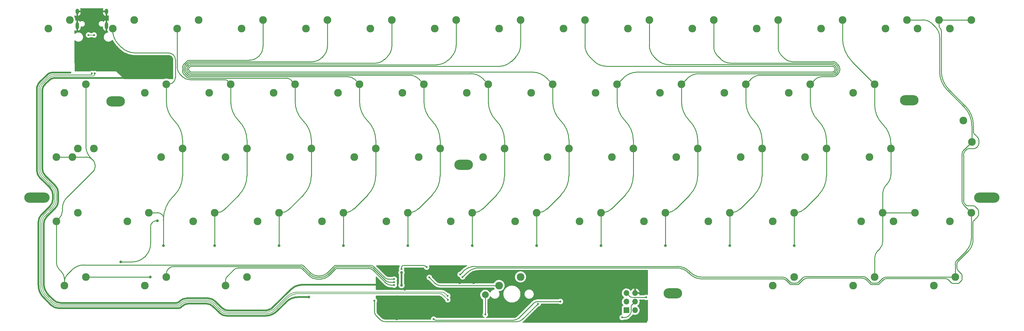
<source format=gtl>
G04 #@! TF.GenerationSoftware,KiCad,Pcbnew,(5.99.0-11336-g5116fa6d12)*
G04 #@! TF.CreationDate,2021-07-24T21:02:53+02:00*
G04 #@! TF.ProjectId,plain60-flex-mkd-iso,706c6169-6e36-4302-9d66-6c65782d6d6b,rev?*
G04 #@! TF.SameCoordinates,Original*
G04 #@! TF.FileFunction,Copper,L1,Top*
G04 #@! TF.FilePolarity,Positive*
%FSLAX46Y46*%
G04 Gerber Fmt 4.6, Leading zero omitted, Abs format (unit mm)*
G04 Created by KiCad (PCBNEW (5.99.0-11336-g5116fa6d12)) date 2021-07-24 21:02:53*
%MOMM*%
%LPD*%
G01*
G04 APERTURE LIST*
G04 #@! TA.AperFunction,ComponentPad*
%ADD10C,2.286000*%
G04 #@! TD*
G04 #@! TA.AperFunction,ComponentPad*
%ADD11O,7.500000X3.000000*%
G04 #@! TD*
G04 #@! TA.AperFunction,ComponentPad*
%ADD12O,5.500000X3.000000*%
G04 #@! TD*
G04 #@! TA.AperFunction,ComponentPad*
%ADD13C,2.000000*%
G04 #@! TD*
G04 #@! TA.AperFunction,ComponentPad*
%ADD14O,1.000000X2.100000*%
G04 #@! TD*
G04 #@! TA.AperFunction,ComponentPad*
%ADD15O,1.000000X1.600000*%
G04 #@! TD*
G04 #@! TA.AperFunction,ComponentPad*
%ADD16R,1.700000X1.700000*%
G04 #@! TD*
G04 #@! TA.AperFunction,ComponentPad*
%ADD17O,1.700000X1.700000*%
G04 #@! TD*
G04 #@! TA.AperFunction,ViaPad*
%ADD18C,0.800000*%
G04 #@! TD*
G04 #@! TA.AperFunction,ViaPad*
%ADD19C,0.600000*%
G04 #@! TD*
G04 #@! TA.AperFunction,Conductor*
%ADD20C,0.500000*%
G04 #@! TD*
G04 #@! TA.AperFunction,Conductor*
%ADD21C,0.250000*%
G04 #@! TD*
G04 #@! TA.AperFunction,Conductor*
%ADD22C,0.200000*%
G04 #@! TD*
G04 APERTURE END LIST*
D10*
X78740000Y-23495000D03*
X72390000Y-26035000D03*
X97790000Y-23495000D03*
X91440000Y-26035000D03*
X154940000Y-23495000D03*
X148590000Y-26035000D03*
X173990000Y-23495000D03*
X167640000Y-26035000D03*
X135890000Y-23495000D03*
X129540000Y-26035000D03*
X116840000Y-23495000D03*
X110490000Y-26035000D03*
X16827500Y-23495000D03*
X10477500Y-26035000D03*
X145415000Y-4445000D03*
X139065000Y-6985000D03*
X183515000Y-4445000D03*
X177165000Y-6985000D03*
X88265000Y-4445000D03*
X81915000Y-6985000D03*
X240665000Y-4445000D03*
X234315000Y-6985000D03*
X221615000Y-4445000D03*
X215265000Y-6985000D03*
X202565000Y-4445000D03*
X196215000Y-6985000D03*
X164465000Y-4445000D03*
X158115000Y-6985000D03*
X126365000Y-4445000D03*
X120015000Y-6985000D03*
X107315000Y-4445000D03*
X100965000Y-6985000D03*
X69215000Y-4445000D03*
X62865000Y-6985000D03*
X31115000Y-4445000D03*
X24765000Y-6985000D03*
X12065000Y-4445000D03*
X5715000Y-6985000D03*
X40640000Y-80645000D03*
X34290000Y-83185000D03*
X150177500Y-61595000D03*
X143827500Y-64135000D03*
X226377500Y-61595000D03*
X220027500Y-64135000D03*
X169227500Y-61595000D03*
X162877500Y-64135000D03*
X131127500Y-61595000D03*
X124777500Y-64135000D03*
X188277500Y-61595000D03*
X181927500Y-64135000D03*
X16827500Y-80645000D03*
X10477500Y-83185000D03*
X250190000Y-23495000D03*
X243840000Y-26035000D03*
X54927500Y-61595000D03*
X48577500Y-64135000D03*
X193040000Y-23495000D03*
X186690000Y-26035000D03*
X121602500Y-42545000D03*
X115252500Y-45085000D03*
X64452500Y-42545000D03*
X58102500Y-45085000D03*
X254952500Y-42545000D03*
X248602500Y-45085000D03*
X278765000Y-61595000D03*
X272415000Y-64135000D03*
X178752500Y-42545000D03*
X172402500Y-45085000D03*
X278924687Y-40640061D03*
X276384687Y-34290061D03*
X231140000Y-23495000D03*
X224790000Y-26035000D03*
X64452500Y-80645000D03*
X58102500Y-83185000D03*
X83502500Y-42545000D03*
X77152500Y-45085000D03*
X159702500Y-42545000D03*
X153352500Y-45085000D03*
X102552500Y-42545000D03*
X96202500Y-45085000D03*
X45402500Y-42545000D03*
X39052500Y-45085000D03*
X197802500Y-42545000D03*
X191452500Y-45085000D03*
X14446277Y-61594925D03*
X8096277Y-64134925D03*
X235902500Y-42545000D03*
X229552500Y-45085000D03*
X216852500Y-42545000D03*
X210502500Y-45085000D03*
X212090000Y-23495000D03*
X205740000Y-26035000D03*
X140652500Y-42545000D03*
X134302500Y-45085000D03*
X19208750Y-42545000D03*
X12858750Y-45085000D03*
X112077500Y-61595000D03*
X105727500Y-64135000D03*
X250190000Y-80645000D03*
X243840000Y-83185000D03*
X73977500Y-61595000D03*
X67627500Y-64135000D03*
X226377500Y-80645000D03*
X220027500Y-83185000D03*
X274002728Y-80645072D03*
X267652728Y-83185072D03*
D11*
X283368988Y-57125000D03*
X2381252Y-57125000D03*
D10*
X40640000Y-23495000D03*
X34290000Y-26035000D03*
X278764977Y-4445061D03*
X272414977Y-6985061D03*
X35427500Y-61595000D03*
X29077500Y-64135000D03*
D12*
X190500160Y-85525000D03*
D10*
X93027500Y-61595000D03*
X86677500Y-64135000D03*
X14446277Y-42544925D03*
X8096277Y-45084925D03*
D12*
X260425000Y-28227050D03*
D10*
X259714977Y-4445061D03*
X253364977Y-6985061D03*
X252571287Y-61595061D03*
X246221287Y-64135061D03*
X269240087Y-4444961D03*
X262890087Y-6984961D03*
X207327500Y-61595000D03*
X200977500Y-64135000D03*
D12*
X128587608Y-47425040D03*
D10*
X59690000Y-23495000D03*
X53340000Y-26035000D03*
D12*
X25600000Y-28576024D03*
D10*
X262096347Y-61595011D03*
X255746347Y-64135011D03*
X145415000Y-80645000D03*
X139065000Y-83185000D03*
X50165000Y-4445000D03*
X43815000Y-6985000D03*
D13*
X134979287Y-85950061D03*
D14*
X22888000Y-6160000D03*
D15*
X22888000Y-1980000D03*
X14248000Y-1980000D03*
D14*
X14248000Y-6160000D03*
D16*
X176729287Y-90510061D03*
D17*
X179269287Y-90510061D03*
X176729287Y-87970061D03*
X179269287Y-87970061D03*
X176729287Y-85430061D03*
X179269287Y-85430061D03*
D18*
X126829287Y-89410061D03*
D19*
X24212462Y-14196886D03*
D18*
X170211075Y-83371849D03*
X105139287Y-78700061D03*
D19*
X21793000Y-9586348D03*
D18*
X108839287Y-86550061D03*
X122539287Y-78134640D03*
X131509287Y-82330061D03*
X114989287Y-78700061D03*
D19*
X19050016Y-10199332D03*
D18*
X37601287Y-20606061D03*
X108799287Y-93090061D03*
X127379287Y-82345606D03*
X174478035Y-91371313D03*
X117649287Y-89320061D03*
X111159469Y-84280243D03*
D19*
X15478138Y-15478912D03*
D18*
X110200000Y-83090774D03*
X82739287Y-86630061D03*
D19*
X12279287Y-20025061D03*
D18*
X110200000Y-79360061D03*
X37999287Y-64000000D03*
X27109287Y-76200061D03*
X35904226Y-80645000D03*
D19*
X150614189Y-88600061D03*
X102169287Y-87680061D03*
X108029287Y-81300061D03*
D18*
X39739287Y-71390061D03*
D19*
X108037345Y-82192003D03*
D18*
X54927500Y-71390061D03*
D19*
X108045403Y-83083945D03*
D18*
X73979287Y-71390061D03*
X93029287Y-71390061D03*
X112079287Y-71390061D03*
D19*
X118418934Y-80790061D03*
D18*
X131129287Y-71390061D03*
X150179287Y-71390061D03*
X169229287Y-71390061D03*
X188279287Y-71390061D03*
X207329287Y-71390061D03*
X226377500Y-71390061D03*
D19*
X127552091Y-79910061D03*
X128279287Y-80640061D03*
X19264287Y-8945061D03*
X17612287Y-8945061D03*
X182569287Y-86700061D03*
X117621675Y-77730061D03*
X110200000Y-78274573D03*
X175479287Y-92650061D03*
X134979287Y-91810061D03*
X123908425Y-87410923D03*
X18625016Y-20350061D03*
X123858934Y-86230061D03*
X19475016Y-20350061D03*
X119715287Y-93160061D03*
X157211075Y-87938273D03*
D20*
X70078187Y-90586563D02*
X70460701Y-90519114D01*
X79382715Y-83226161D02*
X79804262Y-83113208D01*
X71880955Y-89932193D02*
X77351483Y-84461665D01*
X77351483Y-84461665D02*
X77507328Y-84308916D01*
X4044142Y-24757524D02*
X3969219Y-25085785D01*
X7724596Y-21627295D02*
X7390010Y-21664994D01*
X80234050Y-83037425D02*
X80668808Y-82999388D01*
X7892948Y-21625071D02*
X7724596Y-21627295D01*
X5771627Y-22503751D02*
X4807976Y-23467402D01*
X78972615Y-83375425D02*
X79382715Y-83226161D01*
X79804262Y-83113208D02*
X80234050Y-83037425D01*
X8629287Y-55692708D02*
X8629287Y-58187420D01*
X4807977Y-50628757D02*
X7750608Y-53571388D01*
X35753850Y-21625071D02*
X7892948Y-21625071D01*
X7750607Y-60308741D02*
X5226526Y-62832822D01*
X3969219Y-25085785D02*
X3931520Y-25420371D01*
X4480575Y-23851262D02*
X4301438Y-24136356D01*
X9339060Y-88347199D02*
X43649861Y-88347199D01*
X71552939Y-90121573D02*
X71880955Y-89932193D01*
X7390010Y-21664994D02*
X7061749Y-21739917D01*
X59081573Y-90622189D02*
X69541452Y-90622189D01*
X4155348Y-24439715D02*
X4044142Y-24757524D01*
X4301438Y-24136356D02*
X4155348Y-24439715D01*
X69688383Y-90620665D02*
X70078187Y-90586563D01*
X80668808Y-82999388D02*
X80887017Y-82997199D01*
X4690506Y-23588017D02*
X4480575Y-23851262D01*
X5812313Y-86063093D02*
X7217740Y-87468520D01*
X3929297Y-25588722D02*
X3929297Y-48507436D01*
X6440582Y-21997213D02*
X6155487Y-22176350D01*
X7061749Y-21739917D02*
X6743941Y-21851123D01*
X70835900Y-90418580D02*
X71200898Y-90285731D01*
X70460701Y-90519114D02*
X70835900Y-90418580D01*
X80887017Y-82997199D02*
X104335949Y-82997199D01*
X44356968Y-88054306D02*
X44558394Y-87852880D01*
X37601287Y-20606061D02*
X37168063Y-21039285D01*
X4807976Y-23467402D02*
X4690506Y-23588017D01*
X77841644Y-84028392D02*
X78199137Y-83778072D01*
X55069623Y-87852880D02*
X56960253Y-89743510D01*
X71200898Y-90285731D02*
X71552939Y-90121573D01*
X6155487Y-22176350D02*
X5892242Y-22386281D01*
X78577086Y-83559863D02*
X78972615Y-83375425D01*
X4347847Y-64954142D02*
X4347847Y-82527559D01*
X6743941Y-21851123D02*
X6440582Y-21997213D01*
X77507328Y-84308916D02*
X77841644Y-84028392D01*
X46679715Y-86974200D02*
X52948303Y-86974201D01*
X69541452Y-90622189D02*
X69688383Y-90620665D01*
X3931520Y-25420371D02*
X3929297Y-25588722D01*
X5892242Y-22386281D02*
X5771627Y-22503751D01*
X78199137Y-83778072D02*
X78577086Y-83559863D01*
X59081573Y-90622189D02*
G75*
G02*
X56960253Y-89743510I-1J2999998D01*
G01*
X46679715Y-86974200D02*
G75*
G03*
X44558394Y-87852880I2J-3000005D01*
G01*
X44356968Y-88054306D02*
G75*
G02*
X43649861Y-88347199I-707104J707101D01*
G01*
X35753850Y-21625070D02*
G75*
G03*
X37168062Y-21039284I0J1999999D01*
G01*
X55069623Y-87852880D02*
G75*
G03*
X52948303Y-86974201I-2121319J-2121319D01*
G01*
X8629287Y-55692708D02*
G75*
G03*
X7750608Y-53571388I-2999998J1D01*
G01*
X5812313Y-86063093D02*
G75*
G02*
X4347847Y-82527559I3535532J3535533D01*
G01*
X4347847Y-64954142D02*
G75*
G02*
X5226526Y-62832822I2999998J1D01*
G01*
X4807977Y-50628757D02*
G75*
G02*
X3929297Y-48507436I2121325J2121323D01*
G01*
X9339060Y-88347199D02*
G75*
G02*
X7217740Y-87468520I-1J2999998D01*
G01*
X7750607Y-60308741D02*
G75*
G03*
X8629287Y-58187420I-2121314J2121318D01*
G01*
X44289825Y-89897229D02*
X8699096Y-89897229D01*
X5179576Y-20903741D02*
X5300191Y-20786270D01*
X76061477Y-88091665D02*
X73445399Y-90707743D01*
X82715949Y-86627199D02*
X79597011Y-86627199D01*
X3090486Y-22995976D02*
X3207956Y-22875361D01*
X56320280Y-91293530D02*
X54428189Y-89401439D01*
X7132545Y-20027284D02*
X7300897Y-20025061D01*
X45199830Y-89401438D02*
X44996932Y-89604336D01*
X2329277Y-24996681D02*
X2331500Y-24828330D01*
X7080727Y-57545986D02*
X7080727Y-56334142D01*
X2555328Y-23847674D02*
X2701418Y-23544315D01*
X5300191Y-20786270D02*
X5563436Y-20576339D01*
X69909865Y-92172209D02*
X58441600Y-92172209D01*
X110200000Y-79360061D02*
X110200000Y-83090774D01*
X2329277Y-49097410D02*
X2329277Y-24996681D01*
X5848530Y-20397202D02*
X6151889Y-20251112D01*
X6577775Y-89018549D02*
X4263754Y-86704528D01*
X2444122Y-24165483D02*
X2555328Y-23847674D01*
X52306868Y-88522759D02*
X47321150Y-88522759D01*
X3677967Y-62191387D02*
X6202047Y-59667307D01*
X6151889Y-20251112D02*
X6469698Y-20139906D01*
X6202048Y-54212822D02*
X3207957Y-51218731D01*
X2701418Y-23544315D02*
X2880555Y-23259221D01*
X2369199Y-24493744D02*
X2444122Y-24165483D01*
X7300897Y-20025061D02*
X12279287Y-20025061D01*
X6797959Y-20064983D02*
X7132545Y-20027284D01*
X2331500Y-24828330D02*
X2369199Y-24493744D01*
X2799288Y-83168994D02*
X2799288Y-64312707D01*
X6469698Y-20139906D02*
X6797959Y-20064983D01*
X5563436Y-20576339D02*
X5848530Y-20397202D01*
X2880555Y-23259221D02*
X3090486Y-22995976D01*
X3207956Y-22875361D02*
X5179576Y-20903741D01*
X2329277Y-49097410D02*
G75*
G03*
X3207957Y-51218731I3000005J2D01*
G01*
X45199830Y-89401438D02*
G75*
G02*
X47321150Y-88522759I2121319J-2121319D01*
G01*
X69909865Y-92172209D02*
G75*
G03*
X73445399Y-90707743I1J4999998D01*
G01*
X44289825Y-89897228D02*
G75*
G03*
X44996931Y-89604335I1J999998D01*
G01*
X76061477Y-88091665D02*
G75*
G02*
X79597011Y-86627199I3535533J-3535532D01*
G01*
X3677967Y-62191387D02*
G75*
G03*
X2799288Y-64312707I2121319J-2121319D01*
G01*
X2799288Y-83168994D02*
G75*
G03*
X4263754Y-86704528I4999998J-1D01*
G01*
X7080726Y-57545986D02*
G75*
G02*
X6202046Y-59667306I-2999993J-3D01*
G01*
X52306868Y-88522759D02*
G75*
G02*
X54428189Y-89401439I-2J-3000005D01*
G01*
X56320280Y-91293530D02*
G75*
G03*
X58441600Y-92172209I2121319J2121319D01*
G01*
X6202048Y-54212822D02*
G75*
G02*
X7080727Y-56334142I-2121319J-2121319D01*
G01*
X8699096Y-89897228D02*
G75*
G02*
X6577776Y-89018548I-3J2999993D01*
G01*
D21*
X34494821Y-74404527D02*
X34163753Y-74735595D01*
X37999287Y-64000000D02*
X37630668Y-64000000D01*
X36570008Y-64439340D02*
X36398627Y-64610721D01*
X30628219Y-76200061D02*
X27109287Y-76200061D01*
X35959287Y-65671381D02*
X35959287Y-70868993D01*
X27109287Y-76188488D02*
X27109287Y-76200061D01*
X35959288Y-65671381D02*
G75*
G02*
X36398628Y-64610722I1500001J-1D01*
G01*
X30628219Y-76200061D02*
G75*
G03*
X34163753Y-74735595I1J4999998D01*
G01*
X34494821Y-74404527D02*
G75*
G03*
X35959287Y-70868993I-3535532J3535533D01*
G01*
X37630668Y-64000001D02*
G75*
G03*
X36570009Y-64439341I1J-1500001D01*
G01*
X39052500Y-45085000D02*
X39099287Y-45131787D01*
X48579287Y-64136787D02*
X48577500Y-64135000D01*
X48577500Y-64135000D02*
X48577500Y-63525000D01*
X35904226Y-80645000D02*
X16827500Y-80645000D01*
X105277714Y-93900061D02*
X144450860Y-93900061D01*
X150579287Y-88600061D02*
X150614189Y-88600061D01*
X102169287Y-87680061D02*
X102169287Y-90791634D01*
X145865074Y-93314274D02*
X150579287Y-88600061D01*
X102755074Y-92205848D02*
X103863501Y-93314275D01*
X145865074Y-93314274D02*
G75*
G02*
X144450860Y-93900061I-1414214J1414213D01*
G01*
X102755074Y-92205848D02*
G75*
G02*
X102169287Y-90791634I1414213J1414214D01*
G01*
X103863501Y-93314275D02*
G75*
G03*
X105277714Y-93900061I1414213J1414214D01*
G01*
X19486429Y-47978198D02*
X19443702Y-48302741D01*
X19358979Y-46821193D02*
X19443701Y-47137382D01*
X83303003Y-79472341D02*
X81224096Y-77393434D01*
X101415969Y-77303825D02*
X101162955Y-77236030D01*
X105885467Y-81196288D02*
X105643467Y-81096048D01*
X12704341Y-78565007D02*
X11356179Y-79913169D01*
X18716459Y-45817233D02*
X18757054Y-45857828D01*
X16827500Y-23495000D02*
X16827500Y-41857206D01*
X19358980Y-48618929D02*
X19233712Y-48921355D01*
X105208810Y-80805620D02*
X105114936Y-80714274D01*
X19443702Y-48302741D02*
X19358980Y-48618929D01*
X106398180Y-81298273D02*
X106138481Y-81264083D01*
X8096277Y-64134925D02*
X8096277Y-76357420D01*
X105114936Y-80714274D02*
X102186500Y-77785838D01*
X101657969Y-77404065D02*
X101415969Y-77303825D01*
X8974957Y-78478741D02*
X9598821Y-79102605D01*
X80516989Y-77100541D02*
X16239875Y-77100541D01*
X106529150Y-81300061D02*
X106398180Y-81298273D01*
X19070039Y-46235281D02*
X19233711Y-46518768D01*
X106138481Y-81264083D02*
X105885467Y-81196288D01*
X12858750Y-45085000D02*
X12858675Y-45084925D01*
X8980607Y-63250595D02*
X8096277Y-64134925D01*
X102186500Y-77785838D02*
X102092626Y-77694493D01*
X19023494Y-49251388D02*
X11323753Y-56951129D01*
X19233712Y-48921355D02*
X19102953Y-49147835D01*
X19486428Y-47461924D02*
X19489287Y-47625595D01*
X9859287Y-60486663D02*
X9859287Y-61129274D01*
X19489287Y-47814527D02*
X19486429Y-47978198D01*
X19443701Y-47137382D02*
X19486428Y-47461924D01*
X100772287Y-77200052D02*
X90912074Y-77200052D01*
X18870766Y-45975582D02*
X19070039Y-46235281D01*
X105643467Y-81096048D02*
X105416620Y-80965079D01*
X19233711Y-46518768D02*
X19358979Y-46821193D01*
X90204967Y-77492945D02*
X88225570Y-79472342D01*
X18291966Y-45392740D02*
X18716459Y-45817233D01*
X12858750Y-45085000D02*
X16948692Y-45085000D01*
X19489287Y-47625595D02*
X19489287Y-47814527D01*
X10477500Y-82034489D02*
X10477500Y-83185000D01*
X18757054Y-45857828D02*
X18870766Y-45975582D01*
X101162955Y-77236030D02*
X100903257Y-77201841D01*
X12858675Y-45084925D02*
X8096277Y-45084925D01*
X10477500Y-81223925D02*
X10477500Y-83185000D01*
X101884815Y-77535035D02*
X101657969Y-77404065D01*
X105416620Y-80965079D02*
X105208810Y-80805620D01*
X100903257Y-77201841D02*
X100772287Y-77200052D01*
X86104250Y-80351021D02*
X85424324Y-80351021D01*
X108029287Y-81300061D02*
X106529150Y-81300061D01*
X102092626Y-77694493D02*
X101884815Y-77535035D01*
X18716459Y-45817233D02*
G75*
G03*
X16948692Y-45085000I-1767765J-1767764D01*
G01*
X83303003Y-79472341D02*
G75*
G03*
X85424324Y-80351021I2121323J2121325D01*
G01*
X9859286Y-61129274D02*
G75*
G02*
X8980606Y-63250594I-2999993J-3D01*
G01*
X80516989Y-77100542D02*
G75*
G02*
X81224095Y-77393435I1J-999998D01*
G01*
X18291966Y-45392740D02*
G75*
G02*
X16827500Y-41857206I3535532J3535533D01*
G01*
X10477500Y-81223925D02*
G75*
G03*
X9598821Y-79102605I-2999998J1D01*
G01*
X8974957Y-78478741D02*
G75*
G02*
X8096277Y-76357420I2121325J2121323D01*
G01*
X19023494Y-49251388D02*
G75*
G03*
X19102953Y-49147835I-353589J353580D01*
G01*
X16239875Y-77100541D02*
G75*
G03*
X12704341Y-78565007I-1J-4999998D01*
G01*
X9859287Y-60486663D02*
G75*
G02*
X11323753Y-56951129I4999998J1D01*
G01*
X86104250Y-80351021D02*
G75*
G03*
X88225570Y-79472342I1J2999998D01*
G01*
X90204967Y-77492945D02*
G75*
G02*
X90912074Y-77200052I707106J-707106D01*
G01*
X10477500Y-82034489D02*
G75*
G02*
X11356179Y-79913169I2999998J1D01*
G01*
X39739287Y-62954275D02*
X39739287Y-63805349D01*
X100977247Y-77686039D02*
X101230261Y-77753834D01*
X106785374Y-82192003D02*
X108037345Y-82192003D01*
X106141692Y-82088230D02*
X106394706Y-82156025D01*
X41225787Y-78263561D02*
X41353501Y-78135847D01*
X101906918Y-78144502D02*
X102000792Y-78235848D01*
X106394706Y-82156025D02*
X106654404Y-82190214D01*
X101230261Y-77753834D02*
X101472261Y-77854074D01*
X41307006Y-23501000D02*
X40630719Y-23501000D01*
X43059354Y-34419354D02*
X42983146Y-34343146D01*
X105371161Y-81606217D02*
X105465035Y-81697562D01*
X102000792Y-78235848D02*
X105371161Y-81606217D01*
X85238126Y-80800541D02*
X86290448Y-80800541D01*
X81037898Y-77842954D02*
X83116806Y-79921862D01*
X88411769Y-79921861D02*
X90390676Y-77942954D01*
X105672846Y-81857020D02*
X105899692Y-81987990D01*
X42767714Y-77550061D02*
X80330791Y-77550061D01*
X91097783Y-77650061D02*
X100586578Y-77650061D01*
X35427500Y-61595000D02*
X37965799Y-61595000D01*
X40640000Y-23495000D02*
X40640000Y-28686292D01*
X105465035Y-81697562D02*
X105672846Y-81857020D01*
X24755719Y-6991000D02*
X24755719Y-7506493D01*
X106654404Y-82190214D02*
X106785374Y-82192003D01*
X43307006Y-16256061D02*
X43307006Y-21501000D01*
X40640000Y-80645000D02*
X40640000Y-79677775D01*
X42668219Y-56734281D02*
X43059354Y-56343146D01*
X45402500Y-42545000D02*
X45402500Y-40076208D01*
X26513079Y-11749134D02*
X27262647Y-12498702D01*
X31505287Y-14256061D02*
X41307006Y-14256061D01*
X105899692Y-81987990D02*
X106141692Y-82088230D01*
X100586578Y-77650061D02*
X100717548Y-77651849D01*
X101699108Y-77985043D02*
X101906918Y-78144502D01*
X101472261Y-77854074D02*
X101699108Y-77985043D01*
X100717548Y-77651849D02*
X100977247Y-77686039D01*
X45402500Y-50686292D02*
X45402500Y-42545000D01*
X39739287Y-71390061D02*
X39739287Y-63805349D01*
X39380013Y-62180787D02*
X39446394Y-62247168D01*
X88411769Y-79921861D02*
G75*
G02*
X86290448Y-80800541I-2121318J2121314D01*
G01*
X41225787Y-78263561D02*
G75*
G03*
X40640000Y-79677775I1414213J-1414214D01*
G01*
X45402500Y-40076208D02*
G75*
G03*
X43059354Y-34419354I-8000003J-2D01*
G01*
X37965799Y-61595001D02*
G75*
G02*
X39380012Y-62180788I0J-1999999D01*
G01*
X39739287Y-63805349D02*
G75*
G02*
X42668219Y-56734281I9999996J2D01*
G01*
X41307006Y-23501000D02*
G75*
G03*
X43307006Y-21501000I1J1999999D01*
G01*
X85238126Y-80800541D02*
G75*
G02*
X83116806Y-79921862I-1J2999998D01*
G01*
X41307006Y-14256061D02*
G75*
G02*
X43307006Y-16256061I1J-1999999D01*
G01*
X26513079Y-11749134D02*
G75*
G02*
X24755719Y-7506493I4242639J4242641D01*
G01*
X81037898Y-77842954D02*
G75*
G03*
X80330791Y-77550061I-707106J-707106D01*
G01*
X39739286Y-62954275D02*
G75*
G03*
X39446393Y-62247169I-999993J3D01*
G01*
X31505287Y-14256061D02*
G75*
G02*
X27262647Y-12498702I2J6000003D01*
G01*
X91097783Y-77650062D02*
G75*
G03*
X90390677Y-77942955I-3J-999993D01*
G01*
X40640000Y-28686292D02*
G75*
G03*
X42983146Y-34343146I8000003J2D01*
G01*
X41353501Y-78135847D02*
G75*
G02*
X42767714Y-77550061I1414213J-1414214D01*
G01*
X45402500Y-50686292D02*
G75*
G02*
X43059354Y-56343146I-8000003J2D01*
G01*
X59690000Y-23495000D02*
X58663089Y-22468089D01*
X86476646Y-81250061D02*
X85051928Y-81250061D01*
X64452500Y-42545000D02*
X64452500Y-50686292D01*
X54927500Y-61595000D02*
X54927500Y-71390061D01*
X59690000Y-28686292D02*
X59690000Y-23495000D01*
X58102500Y-81828427D02*
X58102500Y-83185000D01*
X80145073Y-78000061D02*
X61930866Y-78000061D01*
X45405742Y-21296516D02*
X44693679Y-20584453D01*
X64452500Y-42545000D02*
X64452500Y-40076208D01*
X57955982Y-22175196D02*
X47527063Y-22175196D01*
X60516652Y-78585848D02*
X58688286Y-80414214D01*
X43815000Y-18463133D02*
X43815000Y-6985000D01*
X90576394Y-78392954D02*
X88597966Y-80371382D01*
X105627384Y-82498158D02*
X101815073Y-78685847D01*
X82930607Y-80371381D02*
X80852180Y-78292954D01*
X108045403Y-83083945D02*
X107041598Y-83083945D01*
X100400860Y-78100061D02*
X91283501Y-78100061D01*
X54927500Y-61595000D02*
X55614859Y-61595000D01*
X57736180Y-60716320D02*
X62109354Y-56343146D01*
X62109354Y-34419354D02*
X62033146Y-34343146D01*
X60516652Y-78585848D02*
G75*
G02*
X61930866Y-78000061I1414214J-1414213D01*
G01*
X58102501Y-81828427D02*
G75*
G02*
X58688287Y-80414215I1999999J0D01*
G01*
X105627384Y-82498158D02*
G75*
G03*
X107041598Y-83083945I1414214J1414213D01*
G01*
X62033146Y-34343146D02*
G75*
G02*
X59690000Y-28686292I5656857J5656856D01*
G01*
X86476646Y-81250061D02*
G75*
G03*
X88597966Y-80371382I1J2999998D01*
G01*
X80145073Y-78000062D02*
G75*
G02*
X80852179Y-78292955I3J-999993D01*
G01*
X62109354Y-56343146D02*
G75*
G03*
X64452500Y-50686292I-5656857J5656856D01*
G01*
X43815000Y-18463133D02*
G75*
G03*
X44693679Y-20584453I2999998J-1D01*
G01*
X82930607Y-80371381D02*
G75*
G03*
X85051928Y-81250061I2121318J2121314D01*
G01*
X57736180Y-60716320D02*
G75*
G02*
X55614859Y-61595000I-2121323J2121325D01*
G01*
X62109354Y-34419354D02*
G75*
G02*
X64452500Y-40076208I-5656857J-5656856D01*
G01*
X100400860Y-78100062D02*
G75*
G02*
X101815072Y-78685848I0J-1999999D01*
G01*
X45405742Y-21296516D02*
G75*
G03*
X47527063Y-22175196I2121323J2121325D01*
G01*
X57955982Y-22175197D02*
G75*
G02*
X58663088Y-22468090I3J-999993D01*
G01*
X90576394Y-78392954D02*
G75*
G02*
X91283501Y-78100061I707106J-707106D01*
G01*
X46535072Y-21285846D02*
X45840547Y-20591321D01*
X78740000Y-23495000D02*
X77555972Y-22310972D01*
X73977500Y-61571848D02*
X73977500Y-61595000D01*
X81159354Y-34419354D02*
X81083146Y-34343146D01*
X47585818Y-16401981D02*
X65156165Y-16401981D01*
X83502500Y-42545000D02*
X83502500Y-50686292D01*
X78740000Y-28686292D02*
X78740000Y-23495000D01*
X76141759Y-21725186D02*
X47595732Y-21725186D01*
X73979287Y-71390061D02*
X73979287Y-61596787D01*
X73977500Y-61595000D02*
X74664859Y-61595000D01*
X69215000Y-12343146D02*
X69215000Y-4445000D01*
X83502500Y-42545000D02*
X83502500Y-40076208D01*
X45840547Y-17525932D02*
X46525158Y-16841321D01*
X73979287Y-61596787D02*
X73977500Y-61595000D01*
X67984592Y-15230408D02*
X68043427Y-15171573D01*
X45401207Y-19530661D02*
X45401207Y-18586592D01*
X76786180Y-60716320D02*
X81159354Y-56343146D01*
X81159354Y-56343146D02*
G75*
G03*
X83502500Y-50686292I-5656857J5656856D01*
G01*
X78740000Y-28686292D02*
G75*
G03*
X81083146Y-34343146I8000003J2D01*
G01*
X47595732Y-21725185D02*
G75*
G02*
X46535073Y-21285845I1J1500001D01*
G01*
X69215000Y-12343146D02*
G75*
G02*
X68043427Y-15171573I-3999999J0D01*
G01*
X76141759Y-21725187D02*
G75*
G02*
X77555971Y-22310973I0J-1999999D01*
G01*
X46525158Y-16841321D02*
G75*
G02*
X47585818Y-16401981I1060661J-1060662D01*
G01*
X76786180Y-60716320D02*
G75*
G02*
X74664859Y-61595000I-2121323J2121325D01*
G01*
X45401208Y-18586592D02*
G75*
G02*
X45840548Y-17525933I1500001J-1D01*
G01*
X45401208Y-19530661D02*
G75*
G03*
X45840548Y-20591320I1500001J1D01*
G01*
X83502500Y-40076208D02*
G75*
G03*
X81159354Y-34419354I-8000003J-2D01*
G01*
X65156165Y-16401981D02*
G75*
G03*
X67984592Y-15230408I0J3999999D01*
G01*
X93029287Y-71390061D02*
X93029287Y-61596787D01*
X102552500Y-42545000D02*
X102552500Y-50686292D01*
X45850727Y-19410885D02*
X45850727Y-18669237D01*
X93027500Y-61595000D02*
X93300646Y-61595000D01*
X46216844Y-17785353D02*
X46784580Y-17217617D01*
X100209354Y-34419354D02*
X100133146Y-34343146D01*
X94327535Y-21275176D02*
X47715017Y-21275176D01*
X96129073Y-60423427D02*
X100209354Y-56343146D01*
X97790000Y-28686292D02*
X97790000Y-23495000D01*
X47668463Y-16851501D02*
X83756645Y-16851501D01*
X97790000Y-23495000D02*
X96448855Y-22153855D01*
X46831133Y-20909059D02*
X46216843Y-20294768D01*
X88265000Y-12343146D02*
X88265000Y-4445000D01*
X93029287Y-61596787D02*
X93027500Y-61595000D01*
X86585072Y-15679928D02*
X87093427Y-15171573D01*
X102552500Y-42545000D02*
X102552500Y-40076208D01*
X46216844Y-17785353D02*
G75*
G03*
X45850727Y-18669237I883885J-883885D01*
G01*
X87093427Y-15171573D02*
G75*
G03*
X88265000Y-12343146I-2828426J2828427D01*
G01*
X102552500Y-40076208D02*
G75*
G03*
X100209354Y-34419354I-8000003J-2D01*
G01*
X47668463Y-16851501D02*
G75*
G03*
X46784580Y-17217617I-2J-1249995D01*
G01*
X100209354Y-56343146D02*
G75*
G03*
X102552500Y-50686292I-5656857J5656856D01*
G01*
X46831133Y-20909059D02*
G75*
G03*
X47715017Y-21275176I883885J883885D01*
G01*
X96129073Y-60423427D02*
G75*
G02*
X93300646Y-61595000I-2828427J2828426D01*
G01*
X97790000Y-28686292D02*
G75*
G03*
X100133146Y-34343146I8000003J2D01*
G01*
X86585072Y-15679928D02*
G75*
G02*
X83756645Y-16851501I-2828427J2828426D01*
G01*
X46216843Y-20294768D02*
G75*
G02*
X45850727Y-19410885I883879J883881D01*
G01*
X96448855Y-22153855D02*
G75*
G03*
X94327535Y-21275176I-2121319J-2121319D01*
G01*
X47751107Y-17301021D02*
X102357125Y-17301021D01*
X121602500Y-42545000D02*
X121602500Y-50686292D01*
X46300247Y-19328241D02*
X46300247Y-18751881D01*
X105185552Y-16129448D02*
X106143427Y-15171573D01*
X119259354Y-34419354D02*
X119183146Y-34343146D01*
X112079287Y-61596787D02*
X112077500Y-61595000D01*
X112077500Y-61595000D02*
X112350646Y-61595000D01*
X116840000Y-23495000D02*
X115341739Y-21996739D01*
X116840000Y-28686292D02*
X116840000Y-23495000D01*
X112513312Y-20825166D02*
X47797172Y-20825166D01*
X112079287Y-71390061D02*
X112079287Y-61596787D01*
X46593140Y-18044774D02*
X47044000Y-17593914D01*
X107315000Y-12343146D02*
X107315000Y-4445000D01*
X47090065Y-20532273D02*
X46593140Y-20035348D01*
X121602500Y-42545000D02*
X121602500Y-40076208D01*
X115179073Y-60423427D02*
X119259354Y-56343146D01*
X102357125Y-17301021D02*
G75*
G03*
X105185552Y-16129448I0J3999999D01*
G01*
X46593140Y-18044774D02*
G75*
G03*
X46300247Y-18751881I707106J-707106D01*
G01*
X119259354Y-56343146D02*
G75*
G03*
X121602500Y-50686292I-5656857J5656856D01*
G01*
X121602500Y-40076208D02*
G75*
G03*
X119259354Y-34419354I-8000003J-2D01*
G01*
X106143427Y-15171573D02*
G75*
G03*
X107315000Y-12343146I-2828426J2828427D01*
G01*
X115179073Y-60423427D02*
G75*
G02*
X112350646Y-61595000I-2828427J2828426D01*
G01*
X116840000Y-28686292D02*
G75*
G03*
X119183146Y-34343146I8000003J2D01*
G01*
X112513312Y-20825166D02*
G75*
G02*
X115341739Y-21996739I0J-3999999D01*
G01*
X47090065Y-20532273D02*
G75*
G03*
X47797172Y-20825166I707106J707106D01*
G01*
X47044000Y-17593914D02*
G75*
G02*
X47751107Y-17301021I707106J-707106D01*
G01*
X46593140Y-20035348D02*
G75*
G02*
X46300247Y-19328241I707106J707106D01*
G01*
X135890000Y-23495000D02*
X134234622Y-21839622D01*
X131127500Y-61595000D02*
X131400646Y-61595000D01*
X131129287Y-61596787D02*
X131127500Y-61595000D01*
X47833750Y-17750541D02*
X120543391Y-17750541D01*
X134229073Y-60423427D02*
X138309354Y-56343146D01*
X138309354Y-34419354D02*
X138233146Y-34343146D01*
X140652500Y-42545000D02*
X140652500Y-50686292D01*
X120228086Y-82599213D02*
X118418934Y-80790061D01*
X131129287Y-71390061D02*
X131129287Y-61596787D01*
X140652500Y-42545000D02*
X140652500Y-40076208D01*
X124078925Y-16286075D02*
X124900534Y-15464466D01*
X126365000Y-11928932D02*
X126365000Y-4445000D01*
X130699088Y-20375156D02*
X47879324Y-20375156D01*
X46969437Y-18304194D02*
X47303420Y-17970211D01*
X47348994Y-20155486D02*
X46969436Y-19775928D01*
X135890000Y-28686292D02*
X135890000Y-23495000D01*
X46749767Y-19245598D02*
X46749767Y-18834524D01*
X139065000Y-83185000D02*
X121642300Y-83185000D01*
X134234622Y-21839622D02*
G75*
G03*
X130699088Y-20375156I-3535533J-3535532D01*
G01*
X140652500Y-40076208D02*
G75*
G03*
X138309354Y-34419354I-8000003J-2D01*
G01*
X46749768Y-18834524D02*
G75*
G02*
X46969438Y-18304195I749992J3D01*
G01*
X121642300Y-83184999D02*
G75*
G02*
X120228087Y-82599212I0J1999999D01*
G01*
X138233146Y-34343146D02*
G75*
G02*
X135890000Y-28686292I5656857J5656856D01*
G01*
X140652500Y-50686292D02*
G75*
G02*
X138309354Y-56343146I-8000003J2D01*
G01*
X134229073Y-60423427D02*
G75*
G02*
X131400646Y-61595000I-2828427J2828426D01*
G01*
X47303420Y-17970211D02*
G75*
G02*
X47833750Y-17750541I530327J-530323D01*
G01*
X124078925Y-16286075D02*
G75*
G02*
X120543391Y-17750541I-3535533J3535532D01*
G01*
X124900534Y-15464466D02*
G75*
G03*
X126365000Y-11928932I-3535532J3535533D01*
G01*
X47348994Y-20155486D02*
G75*
G03*
X47879324Y-20375156I530327J530323D01*
G01*
X46749768Y-19245598D02*
G75*
G03*
X46969436Y-19775928I750002J0D01*
G01*
X154940000Y-28686292D02*
X154940000Y-23495000D01*
X47916394Y-18200061D02*
X139143871Y-18200061D01*
X154940000Y-23495000D02*
X153127505Y-21682505D01*
X159702500Y-42545000D02*
X159702500Y-40076208D01*
X150179287Y-71390061D02*
X150179287Y-61596787D01*
X150179287Y-61596787D02*
X150177500Y-61595000D01*
X47345734Y-18563614D02*
X47562841Y-18346507D01*
X157359354Y-34419354D02*
X157283146Y-34343146D01*
X47199287Y-19162954D02*
X47199287Y-18917168D01*
X150177500Y-61595000D02*
X150450646Y-61595000D01*
X153279073Y-60423427D02*
X157359354Y-56343146D01*
X47607925Y-19778699D02*
X47345733Y-19516507D01*
X142679405Y-16735595D02*
X143950534Y-15464466D01*
X145415000Y-4445000D02*
X145415000Y-11928932D01*
X159702500Y-42545000D02*
X159702500Y-50686292D01*
X148884865Y-19925146D02*
X47961479Y-19925146D01*
X47199287Y-18917168D02*
G75*
G02*
X47345734Y-18563614I499997J1D01*
G01*
X142679405Y-16735595D02*
G75*
G02*
X139143871Y-18200061I-3535533J3535532D01*
G01*
X148884865Y-19925146D02*
G75*
G02*
X153127505Y-21682505I-2J-6000003D01*
G01*
X153279073Y-60423427D02*
G75*
G02*
X150450646Y-61595000I-2828427J2828426D01*
G01*
X47345733Y-19516507D02*
G75*
G02*
X47199287Y-19162954I353556J353553D01*
G01*
X157359354Y-34419354D02*
G75*
G02*
X159702500Y-40076208I-5656857J-5656856D01*
G01*
X47562841Y-18346507D02*
G75*
G02*
X47916394Y-18200061I353553J-353556D01*
G01*
X143950534Y-15464466D02*
G75*
G03*
X145415000Y-11928932I-3535532J3535533D01*
G01*
X159702500Y-50686292D02*
G75*
G02*
X157359354Y-56343146I-8000003J2D01*
G01*
X157283146Y-34343146D02*
G75*
G02*
X154940000Y-28686292I5656857J5656856D01*
G01*
X47961479Y-19925146D02*
G75*
G02*
X47607925Y-19778699I-1J499997D01*
G01*
X172329073Y-60423427D02*
X176409354Y-56343146D01*
X180045135Y-19925146D02*
X237717095Y-19925146D01*
X178752500Y-42545000D02*
X178752500Y-50686292D01*
X173990000Y-23495000D02*
X175802495Y-21682505D01*
X173990000Y-28686292D02*
X173990000Y-23495000D01*
X238070649Y-19778699D02*
X238302841Y-19546507D01*
X178752500Y-42545000D02*
X178752500Y-40076208D01*
X167170595Y-16705595D02*
X165929466Y-15464466D01*
X238302840Y-18593614D02*
X238025733Y-18316507D01*
X176409354Y-34419354D02*
X176333146Y-34343146D01*
X169227500Y-61595000D02*
X169500646Y-61595000D01*
X237672180Y-18170061D02*
X170706129Y-18170061D01*
X169229287Y-71390061D02*
X169229287Y-61596787D01*
X164465000Y-4445000D02*
X164465000Y-11928932D01*
X169229287Y-61596787D02*
X169227500Y-61595000D01*
X238449287Y-19192954D02*
X238449287Y-18947168D01*
X237672180Y-18170062D02*
G75*
G02*
X238025733Y-18316507I0J-500001D01*
G01*
X175802495Y-21682505D02*
G75*
G02*
X180045135Y-19925146I4242642J-4242644D01*
G01*
X178752500Y-50686292D02*
G75*
G02*
X176409354Y-56343146I-8000003J2D01*
G01*
X176333146Y-34343146D02*
G75*
G02*
X173990000Y-28686292I5656857J5656856D01*
G01*
X169500646Y-61595000D02*
G75*
G03*
X172329073Y-60423427I0J3999999D01*
G01*
X238070649Y-19778699D02*
G75*
G02*
X237717095Y-19925146I-353553J353550D01*
G01*
X238449286Y-19192954D02*
G75*
G02*
X238302841Y-19546507I-500001J0D01*
G01*
X176409354Y-34419354D02*
G75*
G02*
X178752500Y-40076208I-5656857J-5656856D01*
G01*
X170706129Y-18170061D02*
G75*
G02*
X167170595Y-16705595I-1J4999998D01*
G01*
X238302840Y-18593614D02*
G75*
G02*
X238449287Y-18947168I-353550J-353553D01*
G01*
X164465000Y-11928932D02*
G75*
G03*
X165929466Y-15464466I4999998J-1D01*
G01*
X184979466Y-15464466D02*
X185760595Y-16245595D01*
X238679137Y-19805929D02*
X238324026Y-20161040D01*
X195459354Y-34419354D02*
X195383146Y-34343146D01*
X194689824Y-21845176D02*
X193040000Y-23495000D01*
X197802500Y-42545000D02*
X197802500Y-40076208D01*
X188279287Y-71390061D02*
X188279287Y-61596787D01*
X238274674Y-17929731D02*
X238679137Y-18334194D01*
X183515000Y-4445000D02*
X183515000Y-11928932D01*
X238898807Y-18864524D02*
X238898807Y-19275599D01*
X188279287Y-61596787D02*
X188277500Y-61595000D01*
X193040000Y-28686292D02*
X193040000Y-23495000D01*
X189296129Y-17710061D02*
X237744344Y-17710061D01*
X188277500Y-61595000D02*
X188550646Y-61595000D01*
X191379073Y-60423427D02*
X195459354Y-56343146D01*
X237793696Y-20380710D02*
X198225358Y-20380710D01*
X197802500Y-50686292D02*
X197802500Y-42545000D01*
X238274674Y-17929731D02*
G75*
G03*
X237744344Y-17710061I-530327J-530323D01*
G01*
X191379073Y-60423427D02*
G75*
G02*
X188550646Y-61595000I-2828427J2828426D01*
G01*
X183515000Y-11928932D02*
G75*
G03*
X184979466Y-15464466I4999998J-1D01*
G01*
X193040000Y-28686292D02*
G75*
G03*
X195383146Y-34343146I8000003J2D01*
G01*
X198225358Y-20380710D02*
G75*
G03*
X194689824Y-21845176I-1J-4999998D01*
G01*
X238898806Y-18864524D02*
G75*
G03*
X238679136Y-18334195I-749992J3D01*
G01*
X237793696Y-20380709D02*
G75*
G03*
X238324025Y-20161039I3J749992D01*
G01*
X238679137Y-19805929D02*
G75*
G03*
X238898807Y-19275599I-530323J530327D01*
G01*
X189296129Y-17710061D02*
G75*
G02*
X185760595Y-16245595I-1J4999998D01*
G01*
X197802500Y-40076208D02*
G75*
G03*
X195459354Y-34419354I-8000003J-2D01*
G01*
X197802500Y-50686292D02*
G75*
G02*
X195459354Y-56343146I-8000003J2D01*
G01*
X237826507Y-17260061D02*
X207481915Y-17260061D01*
X238582957Y-20537827D02*
X239055434Y-20065350D01*
X214509354Y-34419354D02*
X214433146Y-34343146D01*
X207327500Y-61595000D02*
X207600646Y-61595000D01*
X207329287Y-61596787D02*
X207327500Y-61595000D01*
X216852500Y-42545000D02*
X216852500Y-50686292D01*
X212090000Y-28686292D02*
X212090000Y-23495000D01*
X207329287Y-71390061D02*
X207329287Y-61596787D01*
X204653488Y-16088488D02*
X203736573Y-15171573D01*
X210429073Y-60423427D02*
X214509354Y-56343146D01*
X239055434Y-18074774D02*
X238533614Y-17552954D01*
X202565000Y-4445000D02*
X202565000Y-12343146D01*
X216411134Y-20830720D02*
X237875850Y-20830720D01*
X216852500Y-42545000D02*
X216852500Y-40076208D01*
X239348327Y-19358243D02*
X239348327Y-18781881D01*
X212090000Y-23495000D02*
X213582707Y-22002293D01*
X204653488Y-16088488D02*
G75*
G03*
X207481915Y-17260061I2828427J2828426D01*
G01*
X216852500Y-40076208D02*
G75*
G03*
X214509354Y-34419354I-8000003J-2D01*
G01*
X239055434Y-18074774D02*
G75*
G02*
X239348327Y-18781881I-707101J-707104D01*
G01*
X210429073Y-60423427D02*
G75*
G02*
X207600646Y-61595000I-2828427J2828426D01*
G01*
X212090000Y-28686292D02*
G75*
G03*
X214433146Y-34343146I8000003J2D01*
G01*
X202565000Y-12343146D02*
G75*
G03*
X203736573Y-15171573I3999999J0D01*
G01*
X239348326Y-19358243D02*
G75*
G02*
X239055433Y-20065349I-999993J-3D01*
G01*
X237826507Y-17260062D02*
G75*
G02*
X238533613Y-17552955I1J-999998D01*
G01*
X213582707Y-22002293D02*
G75*
G02*
X216411134Y-20830720I2828427J-2828426D01*
G01*
X214509354Y-56343146D02*
G75*
G03*
X216852500Y-50686292I-5656857J5656856D01*
G01*
X238582957Y-20537827D02*
G75*
G02*
X237875850Y-20830720I-707104J707101D01*
G01*
X221615000Y-4445000D02*
X221615000Y-12757359D01*
X222493680Y-14878680D02*
X223546382Y-15931382D01*
X235902500Y-50686292D02*
X235902500Y-42545000D01*
X232475590Y-22159410D02*
X231140000Y-23495000D01*
X235902500Y-42545000D02*
X235902500Y-40076208D01*
X237958005Y-21280730D02*
X234596911Y-21280730D01*
X229479073Y-60423427D02*
X233559354Y-56343146D01*
X225667702Y-16810061D02*
X237908672Y-16810061D01*
X231140000Y-28686292D02*
X231140000Y-23495000D01*
X226377500Y-71390061D02*
X226377500Y-61595000D01*
X238792556Y-17176178D02*
X239431731Y-17815354D01*
X226377500Y-61595000D02*
X226650646Y-61595000D01*
X233559354Y-34419354D02*
X233483146Y-34343146D01*
X239797847Y-18699237D02*
X239797847Y-19440888D01*
X239431730Y-20324772D02*
X238841888Y-20914614D01*
X239431730Y-20324772D02*
G75*
G03*
X239797847Y-19440888I-883885J883885D01*
G01*
X221615001Y-12757359D02*
G75*
G03*
X222493681Y-14878679I2999993J-3D01*
G01*
X226650646Y-61595000D02*
G75*
G03*
X229479073Y-60423427I0J3999999D01*
G01*
X238792556Y-17176178D02*
G75*
G03*
X237908672Y-16810061I-883885J-883885D01*
G01*
X239797847Y-18699237D02*
G75*
G03*
X239431731Y-17815354I-1249995J2D01*
G01*
X233559354Y-56343146D02*
G75*
G03*
X235902500Y-50686292I-5656857J5656856D01*
G01*
X233559354Y-34419354D02*
G75*
G02*
X235902500Y-40076208I-5656857J-5656856D01*
G01*
X234596911Y-21280731D02*
G75*
G03*
X232475591Y-22159411I-3J-2999993D01*
G01*
X237958005Y-21280730D02*
G75*
G03*
X238841888Y-20914614I2J1249995D01*
G01*
X223546382Y-15931382D02*
G75*
G03*
X225667702Y-16810061I2121319J2121319D01*
G01*
X233483146Y-34343146D02*
G75*
G02*
X231140000Y-28686292I5656857J5656856D01*
G01*
X262096347Y-61595011D02*
X252571505Y-61595011D01*
X240665000Y-9827864D02*
X240665000Y-4445000D01*
X250190000Y-23495000D02*
X250190000Y-29686292D01*
X250190000Y-23495000D02*
X243593932Y-16898932D01*
X251692780Y-72268741D02*
X251068679Y-72892842D01*
X252571460Y-61595056D02*
X252571460Y-70147420D01*
X252571505Y-61595011D02*
X252571460Y-61595056D01*
X254952500Y-42545000D02*
X254952500Y-50343146D01*
X252609354Y-35419354D02*
X252533146Y-35343146D01*
X252571287Y-56038067D02*
X252571287Y-61595061D01*
X253780927Y-53171573D02*
X253742860Y-53209640D01*
X250190000Y-23495000D02*
X250061849Y-23623151D01*
X250190000Y-75014162D02*
X250190000Y-80645000D01*
X254952500Y-42545000D02*
X254952500Y-41076208D01*
X253742860Y-53209640D02*
G75*
G03*
X252571287Y-56038067I2828426J-2828427D01*
G01*
X252571459Y-70147420D02*
G75*
G02*
X251692779Y-72268740I-2999993J-3D01*
G01*
X243593932Y-16898932D02*
G75*
G02*
X240665000Y-9827864I7071075J7071070D01*
G01*
X250190000Y-29686292D02*
G75*
G03*
X252533146Y-35343146I8000003J2D01*
G01*
X254952500Y-41076208D02*
G75*
G03*
X252609354Y-35419354I-8000003J-2D01*
G01*
X250190000Y-75014162D02*
G75*
G02*
X251068679Y-72892842I2999998J1D01*
G01*
X253780927Y-53171573D02*
G75*
G03*
X254952500Y-50343146I-2828426J2828427D01*
G01*
X227367169Y-82304668D02*
X227530573Y-82195484D01*
X223973390Y-81035043D02*
X224181200Y-81194502D01*
X249636437Y-82468213D02*
X249734699Y-82470541D01*
X274002728Y-76980760D02*
X274002728Y-80645072D01*
X247165261Y-80603834D02*
X247407261Y-80704074D01*
X225532971Y-82379873D02*
X225725719Y-82418213D01*
X252406646Y-81139513D02*
X252614457Y-80980055D01*
X227530573Y-82195484D02*
X227601700Y-82127648D01*
X229667046Y-80536039D02*
X229926744Y-80501850D01*
X225351406Y-82304667D02*
X225532971Y-82379873D01*
X228643501Y-81085847D02*
X228737375Y-80994502D01*
X247407261Y-80704074D02*
X247634108Y-80835043D01*
X230057714Y-80500061D02*
X246521578Y-80500061D01*
X250949885Y-82429874D02*
X251131450Y-82354667D01*
X278765000Y-61595000D02*
X278765000Y-69318993D01*
X253083303Y-80748845D02*
X253336317Y-80681050D01*
X225188002Y-82195484D02*
X225351406Y-82304667D01*
X252841303Y-80849085D02*
X253083303Y-80748845D01*
X132013159Y-77520061D02*
X191793937Y-77520061D01*
X225823981Y-82420541D02*
X226894593Y-82420541D01*
X249443689Y-82429873D02*
X249636437Y-82468213D01*
X250658875Y-82470541D02*
X250757137Y-82468214D01*
X278924687Y-40640061D02*
X276585073Y-42979675D01*
X199116073Y-80700061D02*
X222860860Y-80700061D01*
X222860860Y-80700061D02*
X222991830Y-80701849D01*
X229926744Y-80501850D02*
X230057714Y-80500061D01*
X276581541Y-30192315D02*
X271722433Y-25333207D01*
X222991830Y-80701849D02*
X223251529Y-80736039D01*
X228737375Y-80994502D02*
X228945186Y-80835044D01*
X227185604Y-82379874D02*
X227367169Y-82304668D01*
X229172032Y-80704074D02*
X229414032Y-80603834D01*
X223251529Y-80736039D02*
X223504543Y-80803834D01*
X228945186Y-80835044D02*
X229172032Y-80704074D01*
X226992855Y-82418214D02*
X227185604Y-82379874D01*
X253726985Y-80645072D02*
X274002728Y-80645072D01*
X249262124Y-82354667D02*
X249443689Y-82429873D01*
X227601700Y-82127648D02*
X228643501Y-81085847D01*
X229414032Y-80603834D02*
X229667046Y-80536039D01*
X247935792Y-81085848D02*
X249027592Y-82177648D01*
X246912247Y-80536039D02*
X247165261Y-80603834D01*
X247841918Y-80994502D02*
X247935792Y-81085848D01*
X250757137Y-82468214D02*
X250949885Y-82429874D01*
X264377433Y-4445061D02*
X259714977Y-4445061D01*
X127552091Y-79910061D02*
X128477625Y-78984527D01*
X223746543Y-80904074D02*
X223973390Y-81035043D01*
X249734699Y-82470541D02*
X250658875Y-82470541D01*
X246521578Y-80500061D02*
X246652548Y-80501849D01*
X247634108Y-80835043D02*
X247841918Y-80994502D01*
X253596015Y-80646861D02*
X253726985Y-80645072D01*
X252614457Y-80980055D02*
X252841303Y-80849085D01*
X246652548Y-80501849D02*
X246912247Y-80536039D01*
X225725719Y-82418213D02*
X225823981Y-82420541D01*
X195329471Y-78984527D02*
X195580539Y-79235595D01*
X253336317Y-80681050D02*
X253596015Y-80646861D01*
X269379287Y-19676353D02*
X269379287Y-9446915D01*
X249098720Y-82245484D02*
X249262124Y-82354667D01*
X268207714Y-6618488D02*
X267205860Y-5616634D01*
X224181200Y-81194502D02*
X224275074Y-81285848D01*
X252312772Y-81230858D02*
X252406646Y-81139513D01*
X278924687Y-40640061D02*
X278924687Y-35849169D01*
X225116874Y-82127648D02*
X225188002Y-82195484D01*
X251365982Y-82177648D02*
X252312772Y-81230858D01*
X276585074Y-59415074D02*
X278765000Y-61595000D01*
X249027592Y-82177648D02*
X249098720Y-82245484D01*
X226894593Y-82420541D02*
X226992855Y-82418214D01*
X251131450Y-82354667D02*
X251294855Y-82245484D01*
X251294855Y-82245484D02*
X251365982Y-82177648D01*
X275999287Y-44393888D02*
X275999287Y-58000860D01*
X223504543Y-80803834D02*
X223746543Y-80904074D01*
X277300534Y-72854527D02*
X274588514Y-75566547D01*
X224275074Y-81285848D02*
X225116874Y-82127648D01*
X268207714Y-6618488D02*
G75*
G02*
X269379287Y-9446915I-2828426J-2828427D01*
G01*
X264377433Y-4445061D02*
G75*
G02*
X267205860Y-5616634I0J-3999999D01*
G01*
X128477625Y-78984527D02*
G75*
G02*
X132013159Y-77520061I3535533J-3535532D01*
G01*
X274002729Y-76980760D02*
G75*
G02*
X274588515Y-75566548I1999999J0D01*
G01*
X271722433Y-25333207D02*
G75*
G02*
X269379287Y-19676353I5656857J5656856D01*
G01*
X191793937Y-77520061D02*
G75*
G02*
X195329471Y-78984527I1J-4999998D01*
G01*
X276585074Y-59415074D02*
G75*
G02*
X275999287Y-58000860I1414213J1414214D01*
G01*
X278765000Y-69318993D02*
G75*
G02*
X277300534Y-72854527I-4999998J-1D01*
G01*
X199116073Y-80700061D02*
G75*
G02*
X195580539Y-79235595I-1J4999998D01*
G01*
X278924687Y-35849169D02*
G75*
G03*
X276581541Y-30192315I-8000003J-2D01*
G01*
X276585073Y-42979675D02*
G75*
G03*
X275999287Y-44393888I1414214J-1414213D01*
G01*
X253027010Y-81299095D02*
X252800163Y-81430064D01*
X275038524Y-75752255D02*
X274947179Y-75846129D01*
X251317648Y-82804186D02*
X251136083Y-82879393D01*
X275978620Y-81396857D02*
X275903413Y-81578422D01*
X272116220Y-81589523D02*
X271908409Y-81430065D01*
X132802629Y-77971842D02*
X132367878Y-78009878D01*
X273222491Y-82529394D02*
X273040926Y-82454187D01*
X275978619Y-80089814D02*
X276016959Y-80282562D01*
X227831052Y-82645004D02*
X227667648Y-82754186D01*
X279174712Y-70157660D02*
X279098929Y-70587442D01*
X274556511Y-76522786D02*
X274488716Y-76775800D01*
X276019287Y-80380824D02*
X276019287Y-81105847D01*
X253781723Y-81096870D02*
X253522024Y-81131060D01*
X229714031Y-81053834D02*
X229472031Y-81154074D01*
X246466830Y-80951850D02*
X246335860Y-80950061D01*
X195143273Y-79434047D02*
X194987379Y-79281351D01*
X191607739Y-77969581D02*
X133020835Y-77969581D01*
X230226744Y-80951849D02*
X229967045Y-80986039D01*
X278765048Y-4445000D02*
X269240000Y-4445000D01*
X279952180Y-59832954D02*
X280626394Y-60507168D01*
X270795881Y-81095082D02*
X253912693Y-81095082D01*
X227195073Y-82870061D02*
X225637783Y-82870061D01*
X273513501Y-82570061D02*
X273415239Y-82567734D01*
X130332994Y-78750515D02*
X129975506Y-79000831D01*
X277903239Y-72884342D02*
X277750543Y-73040236D01*
X225637783Y-82870061D02*
X225539521Y-82867734D01*
X195394821Y-79685595D02*
X195143273Y-79434047D01*
X276019287Y-81105847D02*
X276016960Y-81204109D01*
X278183759Y-72550031D02*
X277903239Y-72884342D01*
X275027648Y-82454186D02*
X274846083Y-82529393D01*
X271186549Y-81131060D02*
X270926851Y-81096871D01*
X270926851Y-81096871D02*
X270795881Y-81095082D01*
X227293335Y-82867733D02*
X227195073Y-82870061D01*
X194987379Y-79281351D02*
X194653068Y-79000831D01*
X278652280Y-71814600D02*
X278434074Y-72192543D01*
X225165208Y-82754187D02*
X225001803Y-82645004D01*
X223065810Y-81186039D02*
X222806112Y-81151850D01*
X276016960Y-81204109D02*
X275978620Y-81396857D01*
X222806112Y-81151850D02*
X222675142Y-81150061D01*
X197847616Y-81033982D02*
X197426074Y-80921030D01*
X250943335Y-82917733D02*
X250845073Y-82920061D01*
X275903413Y-81578422D02*
X275794230Y-81741827D01*
X227486083Y-82829393D02*
X227293335Y-82867733D01*
X275794230Y-81741827D02*
X275726394Y-81812954D01*
X273415239Y-82567734D02*
X273222491Y-82529394D01*
X275903413Y-79908249D02*
X275978619Y-80089814D01*
X274488716Y-77962303D02*
X274556511Y-78215317D01*
X193522113Y-78347873D02*
X193112020Y-78198612D01*
X274656751Y-76280786D02*
X274556511Y-76522786D01*
X133020835Y-77969581D02*
X132802629Y-77971842D01*
X223318824Y-81253834D02*
X223065810Y-81186039D01*
X132367878Y-78009878D02*
X131938096Y-78085660D01*
X274555073Y-82570061D02*
X273513501Y-82570061D01*
X278985977Y-71008983D02*
X278836716Y-71419076D01*
X253522024Y-81131060D02*
X253269010Y-81198855D01*
X249450239Y-82917734D02*
X249257490Y-82879394D01*
X129485301Y-79434047D02*
X128279287Y-80640061D01*
X224930676Y-82577168D02*
X224089355Y-81735847D01*
X269532893Y-6913667D02*
X269581579Y-6962353D01*
X279212748Y-69722909D02*
X279174712Y-70157660D01*
X271681563Y-81299095D02*
X271439563Y-81198855D01*
X251481052Y-82695004D02*
X251317648Y-82804186D01*
X229037374Y-81444502D02*
X228943500Y-81535848D01*
X227902180Y-82577168D02*
X227831052Y-82645004D01*
X253269010Y-81198855D02*
X253027010Y-81299095D01*
X276016959Y-80282562D02*
X276019287Y-80380824D01*
X269240000Y-4445000D02*
X269240000Y-6206560D01*
X131516554Y-78198612D02*
X131106461Y-78347873D01*
X274787721Y-76053940D02*
X274656751Y-76280786D01*
X279215009Y-64578553D02*
X279215009Y-69504703D01*
X280969287Y-40004275D02*
X280969287Y-41175847D01*
X196242514Y-80369127D02*
X195885026Y-80118811D01*
X271908409Y-81430065D02*
X271681563Y-81299095D01*
X275191052Y-82345004D02*
X275027648Y-82454186D01*
X248841394Y-82627168D02*
X247750073Y-81535847D01*
X223787670Y-81485044D02*
X223560824Y-81354074D01*
X274452738Y-77571634D02*
X274454526Y-77702604D01*
X274947179Y-78891974D02*
X275038525Y-78985848D01*
X278836716Y-71419076D02*
X278652280Y-71814600D01*
X193917637Y-78532309D02*
X193522113Y-78347873D01*
X276448807Y-44580086D02*
X276448807Y-57814662D01*
X274452738Y-77166468D02*
X274452738Y-77571634D01*
X275726394Y-81812954D02*
X275262180Y-82277168D01*
X253912693Y-81095082D02*
X253781723Y-81096870D01*
X272210094Y-81680868D02*
X272116220Y-81589523D01*
X277297512Y-42902954D02*
X277034593Y-43165873D01*
X248912521Y-82695004D02*
X248841394Y-82627168D01*
X246979542Y-81053834D02*
X246726528Y-80986039D01*
X277759993Y-59540061D02*
X279245073Y-59540061D01*
X195550715Y-79838291D02*
X195394821Y-79685595D01*
X197015981Y-80771769D02*
X196620457Y-80587333D01*
X194653068Y-79000831D02*
X194295580Y-78750515D01*
X230357714Y-80950061D02*
X230226744Y-80951849D01*
X129975506Y-79000831D02*
X129641195Y-79281351D01*
X247656199Y-81444502D02*
X247448388Y-81285044D01*
X279374207Y-35662972D02*
X279374207Y-37580767D01*
X191825945Y-77971842D02*
X191607739Y-77969581D01*
X223995481Y-81644502D02*
X223787670Y-81485044D01*
X277034594Y-59228876D02*
X277052886Y-59247168D01*
X192260696Y-78009878D02*
X191825945Y-77971842D01*
X225539521Y-82867734D02*
X225346773Y-82829394D01*
X278434074Y-72192543D02*
X278183759Y-72550031D01*
X196620457Y-80587333D02*
X196242514Y-80369127D01*
X274653335Y-82567733D02*
X274555073Y-82570061D01*
X198712149Y-81147800D02*
X198277398Y-81109764D01*
X277750543Y-73040236D02*
X275038524Y-75752255D01*
X247221542Y-81154074D02*
X246979542Y-81053834D01*
X247448388Y-81285044D02*
X247221542Y-81154074D01*
X279215009Y-69504703D02*
X279212748Y-69722909D01*
X275794230Y-79744845D02*
X275903413Y-79908249D01*
X274656751Y-78457317D02*
X274787720Y-78684164D01*
X274787720Y-78684164D02*
X274947179Y-78891974D01*
X192690478Y-78085660D02*
X192260696Y-78009878D01*
X131938096Y-78085660D02*
X131516554Y-78198612D01*
X279098929Y-70587442D02*
X278985977Y-71008983D01*
X197426074Y-80921030D02*
X197015981Y-80771769D01*
X249548501Y-82920061D02*
X249450239Y-82917734D01*
X225346773Y-82829394D02*
X225165208Y-82754187D01*
X249257490Y-82879394D02*
X249075925Y-82804188D01*
X252592353Y-81589523D02*
X252498479Y-81680869D01*
X274488716Y-76775800D02*
X274454527Y-77035498D01*
X252498479Y-81680869D02*
X251552180Y-82627168D01*
X131106461Y-78347873D02*
X130710937Y-78532309D01*
X272217617Y-25192674D02*
X277031061Y-30006118D01*
X246726528Y-80986039D02*
X246466830Y-80951850D01*
X280919287Y-61214275D02*
X280919287Y-62045847D01*
X279535073Y-42610061D02*
X278004619Y-42610061D01*
X194295580Y-78750515D02*
X193917637Y-78532309D01*
X228943500Y-81535848D02*
X227902180Y-82577168D01*
X280626394Y-62752954D02*
X279507902Y-63871446D01*
X229245184Y-81285043D02*
X229037374Y-81444502D01*
X269874472Y-7669460D02*
X269874472Y-19535820D01*
X274556511Y-78215317D02*
X274656751Y-78457317D01*
X250845073Y-82920061D02*
X249548501Y-82920061D01*
X247750073Y-81535847D02*
X247656199Y-81444502D01*
X130710937Y-78532309D02*
X130332994Y-78750515D01*
X195885026Y-80118811D02*
X195550715Y-79838291D01*
X223560824Y-81354074D02*
X223318824Y-81253834D01*
X275726394Y-79673717D02*
X275794230Y-79744845D01*
X271439563Y-81198855D02*
X271186549Y-81131060D01*
X193112020Y-78198612D02*
X192690478Y-78085660D01*
X229967045Y-80986039D02*
X229714031Y-81053834D01*
X274454526Y-77702604D02*
X274488716Y-77962303D01*
X222675142Y-81150061D02*
X198930355Y-81150061D01*
X278765087Y-4444961D02*
X278765048Y-4445000D01*
X274454527Y-77035498D02*
X274452738Y-77166468D01*
X272877521Y-82345004D02*
X272806394Y-82277168D01*
X273040926Y-82454187D02*
X272877521Y-82345004D01*
X279667100Y-38287874D02*
X280676394Y-39297168D01*
X272806394Y-82277168D02*
X272210094Y-81680868D01*
X280676394Y-41882954D02*
X280242180Y-42317168D01*
X198930355Y-81150061D02*
X198712149Y-81147800D01*
X227667648Y-82754186D02*
X227486083Y-82829393D01*
X198277398Y-81109764D02*
X197847616Y-81033982D01*
X274846083Y-82529393D02*
X274653335Y-82567733D01*
X229472031Y-81154074D02*
X229245184Y-81285043D01*
X275038525Y-78985848D02*
X275726394Y-79673717D01*
X275262180Y-82277168D02*
X275191052Y-82345004D01*
X251552180Y-82627168D02*
X251481052Y-82695004D01*
X274947179Y-75846129D02*
X274787721Y-76053940D01*
X252800163Y-81430064D02*
X252592353Y-81589523D01*
X224089355Y-81735847D02*
X223995481Y-81644502D01*
X129641195Y-79281351D02*
X129485301Y-79434047D01*
X249075925Y-82804188D02*
X248912521Y-82695004D01*
X246335860Y-80950061D02*
X230357714Y-80950061D01*
X251136083Y-82879393D02*
X250943335Y-82917733D01*
X225001803Y-82645004D02*
X224930676Y-82577168D01*
X277034594Y-59228876D02*
G75*
G02*
X276448807Y-57814662I1414213J1414214D01*
G01*
X280676394Y-39297168D02*
G75*
G02*
X280969287Y-40004275I-707106J-707106D01*
G01*
X280242180Y-42317168D02*
G75*
G02*
X279535073Y-42610061I-707106J707106D01*
G01*
X280676394Y-41882954D02*
G75*
G03*
X280969287Y-41175847I-707106J707106D01*
G01*
X269581579Y-6962353D02*
G75*
G02*
X269874472Y-7669460I-707106J-707106D01*
G01*
X272217617Y-25192674D02*
G75*
G02*
X269874472Y-19535820I5656862J5656857D01*
G01*
X279245073Y-59540062D02*
G75*
G02*
X279952179Y-59832955I3J-999993D01*
G01*
X277034593Y-43165873D02*
G75*
G03*
X276448807Y-44580086I1414214J-1414213D01*
G01*
X280626394Y-60507168D02*
G75*
G02*
X280919287Y-61214275I-707106J-707106D01*
G01*
X280626394Y-62752954D02*
G75*
G03*
X280919287Y-62045847I-707106J707106D01*
G01*
X279667100Y-38287874D02*
G75*
G02*
X279374207Y-37580767I707106J707106D01*
G01*
X279507902Y-63871446D02*
G75*
G03*
X279215009Y-64578553I707106J-707106D01*
G01*
X277031061Y-30006118D02*
G75*
G02*
X279374207Y-35662972I-5656857J-5656856D01*
G01*
X269532893Y-6913667D02*
G75*
G02*
X269240000Y-6206560I707106J707106D01*
G01*
X277759993Y-59540060D02*
G75*
G02*
X277052887Y-59247167I-3J999993D01*
G01*
X277297512Y-42902954D02*
G75*
G02*
X278004619Y-42610061I707106J-707106D01*
G01*
D22*
X19264287Y-8945061D02*
X17612287Y-8945061D01*
D21*
X177706394Y-86407168D02*
X176729287Y-85430061D01*
X182569287Y-86700061D02*
X178413501Y-86700061D01*
X178413501Y-86700060D02*
G75*
G02*
X177706395Y-86407167I-3J999993D01*
G01*
X117333441Y-77445118D02*
X117404568Y-77512954D01*
X117170036Y-77335935D02*
X117333441Y-77445118D01*
X110346447Y-77432901D02*
X110410514Y-77368834D01*
X117404568Y-77512954D02*
X117621675Y-77730061D01*
X110764067Y-77222388D02*
X116795723Y-77222388D01*
X110200000Y-78274573D02*
X110200000Y-77786455D01*
X116988471Y-77260728D02*
X117170036Y-77335935D01*
X116795723Y-77222388D02*
X116988471Y-77260728D01*
X110764067Y-77222389D02*
G75*
G03*
X110410514Y-77368834I0J-500001D01*
G01*
X110346447Y-77432901D02*
G75*
G03*
X110200000Y-77786455I353550J-353553D01*
G01*
X178387179Y-88852169D02*
X179269287Y-87970061D01*
X177167182Y-92357168D02*
X177801393Y-91722957D01*
X178094286Y-91015850D02*
X178094286Y-89559276D01*
X175479287Y-92650061D02*
X176460075Y-92650061D01*
X176460075Y-92650060D02*
G75*
G03*
X177167181Y-92357167I3J999993D01*
G01*
X178094285Y-91015850D02*
G75*
G02*
X177801392Y-91722956I-999993J-3D01*
G01*
X178094287Y-89559276D02*
G75*
G02*
X178387180Y-88852170I999993J3D01*
G01*
X134979287Y-85950061D02*
X134979287Y-91810061D01*
D22*
X69682727Y-91622209D02*
X69900933Y-91619946D01*
X18622198Y-20566482D02*
X18593280Y-20593434D01*
X72370568Y-90841274D02*
X72728055Y-90590958D01*
X3348808Y-64540325D02*
X3348808Y-82941376D01*
X3782967Y-23078181D02*
X3665496Y-23198796D01*
X5741268Y-21176339D02*
X5478023Y-21386270D01*
X3665496Y-23198796D02*
X3455565Y-23462041D01*
X5357408Y-21503740D02*
X3782967Y-23078181D01*
X77176249Y-86363916D02*
X77554192Y-86145710D01*
X3276428Y-23747135D02*
X3130338Y-24050494D01*
X5478023Y-21386270D02*
X5357408Y-21503740D01*
X79211133Y-85623279D02*
X79645884Y-85585243D01*
X122551757Y-86077609D02*
X122645794Y-86168768D01*
X76484450Y-86894752D02*
X76818761Y-86614232D01*
X3455565Y-23462041D02*
X3276428Y-23747135D01*
X122645794Y-86168768D02*
X123885087Y-87408061D01*
X58668738Y-91622209D02*
X69682727Y-91622209D01*
X73062366Y-90310438D02*
X73218261Y-90157743D01*
X7310377Y-20627284D02*
X6975791Y-20664983D01*
X121362534Y-85585017D02*
X121622201Y-85619203D01*
X18625016Y-20563664D02*
X18622198Y-20566482D01*
X7630247Y-56106524D02*
X7630247Y-57773604D01*
X122343972Y-85918170D02*
X122551757Y-86077609D01*
X69900933Y-91619946D02*
X70335684Y-91581911D01*
X77949716Y-85961274D02*
X78359809Y-85812013D01*
X121875184Y-85686989D02*
X122117154Y-85787217D01*
X78781351Y-85699061D02*
X79211133Y-85623279D01*
X71187007Y-91393177D02*
X71597100Y-91243915D01*
X18593280Y-20593434D02*
X18520282Y-20623670D01*
X79645884Y-85585243D02*
X79864090Y-85582982D01*
X2906510Y-25031150D02*
X2904287Y-25199502D01*
X18520282Y-20623670D02*
X18480776Y-20625061D01*
X47093532Y-87973239D02*
X52534487Y-87973240D01*
X76818761Y-86614232D02*
X77176249Y-86363916D01*
X3782966Y-51016602D02*
X6751567Y-53985203D01*
X6751568Y-59894924D02*
X4227488Y-62419004D01*
X8925734Y-89346729D02*
X44063187Y-89346729D01*
X2904287Y-25199502D02*
X2904287Y-48895282D01*
X6329721Y-20851112D02*
X6026362Y-20997202D01*
X2944209Y-24696564D02*
X2906510Y-25031150D01*
X6975791Y-20664983D02*
X6647530Y-20739906D01*
X121622201Y-85619203D02*
X121875184Y-85686989D01*
X70335684Y-91581911D02*
X70765466Y-91506128D01*
X6647530Y-20739906D02*
X6329721Y-20851112D01*
X4813274Y-86476910D02*
X6804414Y-88468050D01*
X7478728Y-20625061D02*
X7310377Y-20627284D01*
X3130338Y-24050494D02*
X3019132Y-24368303D01*
X76328556Y-87047448D02*
X76484450Y-86894752D01*
X78359809Y-85812013D02*
X78781351Y-85699061D01*
X121231581Y-85582982D02*
X121362534Y-85585017D01*
X44770294Y-89053836D02*
X44972211Y-88851919D01*
X6026362Y-20997202D02*
X5741268Y-21176339D01*
X122117154Y-85787217D02*
X122343972Y-85918170D01*
X77554192Y-86145710D02*
X77949716Y-85961274D01*
X79864090Y-85582982D02*
X121231581Y-85582982D01*
X18625016Y-20350061D02*
X18625016Y-20563664D01*
X73218261Y-90157743D02*
X76328556Y-87047448D01*
X3019132Y-24368303D02*
X2944209Y-24696564D01*
X72728055Y-90590958D02*
X73062366Y-90310438D01*
X18480776Y-20625061D02*
X7478728Y-20625061D01*
X71992624Y-91059480D02*
X72370568Y-90841274D01*
X54655807Y-88851919D02*
X56547417Y-90743529D01*
X70765466Y-91506128D02*
X71187007Y-91393177D01*
X71597100Y-91243915D02*
X71992624Y-91059480D01*
X6751568Y-59894924D02*
G75*
G03*
X7630247Y-57773604I-2121319J2121319D01*
G01*
X4813274Y-86476910D02*
G75*
G02*
X3348808Y-82941376I3535532J3535533D01*
G01*
X44770294Y-89053836D02*
G75*
G02*
X44063187Y-89346729I-707106J707106D01*
G01*
X54655807Y-88851919D02*
G75*
G03*
X52534487Y-87973240I-2121319J-2121319D01*
G01*
X8925734Y-89346729D02*
G75*
G02*
X6804414Y-88468050I-1J2999998D01*
G01*
X58668738Y-91622208D02*
G75*
G02*
X56547418Y-90743528I-3J2999993D01*
G01*
X3782966Y-51016602D02*
G75*
G02*
X2904287Y-48895282I2121319J2121319D01*
G01*
X7630246Y-56106524D02*
G75*
G03*
X6751566Y-53985204I-2999993J3D01*
G01*
X3348809Y-64540325D02*
G75*
G02*
X4227489Y-62419005I2999993J3D01*
G01*
X47093532Y-87973239D02*
G75*
G03*
X44972211Y-88851919I2J-3000005D01*
G01*
X19373676Y-20833128D02*
X19328569Y-20880779D01*
X122799049Y-85337609D02*
X123025878Y-85468569D01*
X3394209Y-24882965D02*
X3356510Y-25217551D01*
X19473217Y-20592815D02*
X19439265Y-20719524D01*
X3354287Y-25385902D02*
X3354287Y-48709565D01*
X77763519Y-85511755D02*
X78173612Y-85362494D01*
X6212761Y-21447202D02*
X5927667Y-21626339D01*
X7162190Y-21114983D02*
X6833929Y-21189906D01*
X3914407Y-83837917D02*
X4027359Y-84259459D01*
X70149976Y-91131901D02*
X70579758Y-91056118D01*
X5543807Y-21953741D02*
X4232966Y-23264582D01*
X123233674Y-85628016D02*
X123327646Y-85719249D01*
X58854445Y-91172199D02*
X69497019Y-91172199D01*
X46907334Y-87523719D02*
X52720684Y-87523720D01*
X77367995Y-85696191D02*
X77763519Y-85511755D01*
X19475016Y-20527225D02*
X19473217Y-20592815D01*
X19233082Y-20973721D02*
X19119478Y-21039310D01*
X78173612Y-85362494D02*
X78595153Y-85249542D01*
X71411392Y-90793905D02*
X71806916Y-90609470D01*
X4232967Y-50830885D02*
X7201088Y-53799007D01*
X9111932Y-88897209D02*
X43876989Y-88897209D01*
X8079767Y-55920327D02*
X8079767Y-57959802D01*
X76142359Y-86597928D02*
X76298253Y-86445232D01*
X122304071Y-85169587D02*
X122557067Y-85237377D01*
X72876658Y-89860428D02*
X73032553Y-89707733D01*
X4232966Y-23264582D02*
X4115496Y-23385197D01*
X69497019Y-91172199D02*
X69715225Y-91169936D01*
X79459686Y-85135723D02*
X79677892Y-85133462D01*
X3905565Y-23648442D02*
X3726428Y-23933536D01*
X19475016Y-20350061D02*
X19475016Y-20461338D01*
X122044392Y-85135399D02*
X122304071Y-85169587D01*
X4829578Y-85800507D02*
X5110098Y-86134818D01*
X19328569Y-20880779D02*
X19280733Y-20928615D01*
X19119478Y-21039310D02*
X18992769Y-21073261D01*
X4176620Y-84669552D02*
X4361056Y-85065076D01*
X5664422Y-21836270D02*
X5543807Y-21953741D01*
X69715225Y-91169936D02*
X70149976Y-91131901D01*
X79677892Y-85133462D02*
X121913432Y-85133462D01*
X54842004Y-88402399D02*
X56733125Y-90293520D01*
X19475016Y-20461338D02*
X19475016Y-20527225D01*
X6833929Y-21189906D02*
X6516120Y-21301112D01*
X4579262Y-85443019D02*
X4829578Y-85800507D01*
X76298253Y-86445232D02*
X76632564Y-86164712D01*
X3798328Y-64726523D02*
X3798328Y-82755178D01*
X4361056Y-85065076D02*
X4579262Y-85443019D01*
X3798328Y-82755178D02*
X3800589Y-82973384D01*
X121913432Y-85133462D02*
X122044392Y-85135399D01*
X78595153Y-85249542D02*
X79024935Y-85173759D01*
X19280733Y-20928615D02*
X19233082Y-20973721D01*
X76990052Y-85914397D02*
X77367995Y-85696191D01*
X5927667Y-21626339D02*
X5664422Y-21836270D01*
X19439265Y-20719524D02*
X19373676Y-20833128D01*
X7201087Y-60081123D02*
X4677007Y-62605203D01*
X4115496Y-23385197D02*
X3905565Y-23648442D01*
X18992769Y-21073261D02*
X18927180Y-21075061D01*
X3580338Y-24236895D02*
X3469132Y-24554704D01*
X71806916Y-90609470D02*
X72184860Y-90391264D01*
X18927180Y-21075061D02*
X7665128Y-21075061D01*
X123327646Y-85719249D02*
X123835596Y-86227199D01*
X5262794Y-86290712D02*
X6990612Y-88018530D01*
X3469132Y-24554704D02*
X3394209Y-24882965D01*
X72542347Y-90140948D02*
X72876658Y-89860428D01*
X76632564Y-86164712D02*
X76990052Y-85914397D01*
X122557067Y-85237377D02*
X122799049Y-85337609D01*
X5110098Y-86134818D02*
X5262794Y-86290712D01*
X7496776Y-21077284D02*
X7162190Y-21114983D01*
X3838625Y-83408135D02*
X3914407Y-83837917D01*
X6516120Y-21301112D02*
X6212761Y-21447202D01*
X19475016Y-20461338D02*
X19447079Y-20489275D01*
X73032553Y-89707733D02*
X76142359Y-86597928D01*
X3726428Y-23933536D02*
X3580338Y-24236895D01*
X123025878Y-85468569D02*
X123233674Y-85628016D01*
X72184860Y-90391264D02*
X72542347Y-90140948D01*
X7665128Y-21075061D02*
X7496776Y-21077284D01*
X3800589Y-82973384D02*
X3838625Y-83408135D01*
X3356510Y-25217551D02*
X3354287Y-25385902D01*
X79024935Y-85173759D02*
X79459686Y-85135723D01*
X71001299Y-90943167D02*
X71411392Y-90793905D01*
X44584096Y-88604316D02*
X44786013Y-88402399D01*
X70579758Y-91056118D02*
X71001299Y-90943167D01*
X4027359Y-84259459D02*
X4176620Y-84669552D01*
X44584096Y-88604316D02*
G75*
G02*
X43876989Y-88897209I-707106J707106D01*
G01*
X6990612Y-88018530D02*
G75*
G03*
X9111932Y-88897209I2121319J2121319D01*
G01*
X3798328Y-64726523D02*
G75*
G02*
X4677007Y-62605203I2999998J1D01*
G01*
X7201087Y-60081123D02*
G75*
G03*
X8079767Y-57959802I-2121325J2121323D01*
G01*
X4232967Y-50830885D02*
G75*
G02*
X3354287Y-48709565I2121314J2121318D01*
G01*
X8079767Y-55920327D02*
G75*
G03*
X7201088Y-53799007I-2999998J1D01*
G01*
X46907334Y-87523719D02*
G75*
G03*
X44786013Y-88402399I2J-3000005D01*
G01*
X54842004Y-88402399D02*
G75*
G03*
X52720684Y-87523720I-2121319J-2121319D01*
G01*
X58854445Y-91172199D02*
G75*
G02*
X56733125Y-90293520I-1J2999998D01*
G01*
D21*
X150589502Y-87938273D02*
X157211075Y-87938273D01*
X119715287Y-93160061D02*
X119858831Y-93303605D01*
X144835084Y-92864264D02*
X149175289Y-88524059D01*
X120212384Y-93450051D02*
X143420870Y-93450051D01*
X143420870Y-93450050D02*
G75*
G03*
X144835083Y-92864263I0J1999999D01*
G01*
X120212384Y-93450050D02*
G75*
G02*
X119858831Y-93303605I0J500001D01*
G01*
X150589502Y-87938274D02*
G75*
G03*
X149175290Y-88524060I0J-1999999D01*
G01*
G04 #@! TA.AperFunction,Conductor*
G36*
X21880303Y-1033007D02*
G01*
X21948424Y-1053009D01*
X21994917Y-1106665D01*
X22005020Y-1176939D01*
X21990717Y-1219709D01*
X21959996Y-1275589D01*
X21955166Y-1286858D01*
X21899120Y-1463538D01*
X21896570Y-1475532D01*
X21880393Y-1619761D01*
X21880000Y-1626785D01*
X21880000Y-1707885D01*
X21884475Y-1723124D01*
X21885865Y-1724329D01*
X21893548Y-1726000D01*
X23016000Y-1726000D01*
X23084121Y-1746002D01*
X23130614Y-1799658D01*
X23142000Y-1852000D01*
X23142000Y-3237924D01*
X23145973Y-3251455D01*
X23153768Y-3252575D01*
X23261521Y-3220862D01*
X23272889Y-3216269D01*
X23431303Y-3133452D01*
X23500938Y-3119618D01*
X23566999Y-3145628D01*
X23608511Y-3203224D01*
X23615678Y-3245114D01*
X23615678Y-4646125D01*
X23595676Y-4714246D01*
X23542020Y-4760739D01*
X23471746Y-4770843D01*
X23429750Y-4756961D01*
X23285929Y-4679198D01*
X23274619Y-4674444D01*
X23159308Y-4638750D01*
X23145205Y-4638544D01*
X23142000Y-4645299D01*
X23142000Y-6655907D01*
X23138519Y-6685321D01*
X23128789Y-6725850D01*
X23108393Y-6985000D01*
X23128789Y-7244150D01*
X23129943Y-7248957D01*
X23129944Y-7248963D01*
X23138519Y-7284679D01*
X23142000Y-7314093D01*
X23142000Y-7667924D01*
X23145973Y-7681455D01*
X23166686Y-7684433D01*
X23218413Y-7684400D01*
X23278163Y-7722746D01*
X23290416Y-7739473D01*
X23424777Y-7958729D01*
X23430128Y-7964994D01*
X23430641Y-7966138D01*
X23430902Y-7966498D01*
X23430826Y-7966553D01*
X23459160Y-8029780D01*
X23448557Y-8099981D01*
X23401683Y-8153305D01*
X23353377Y-8171375D01*
X23178882Y-8198076D01*
X23030948Y-8246429D01*
X22971325Y-8265916D01*
X22971323Y-8265917D01*
X22966406Y-8267524D01*
X22961820Y-8269911D01*
X22961816Y-8269913D01*
X22772718Y-8368352D01*
X22768125Y-8370743D01*
X22763983Y-8373853D01*
X22659292Y-8452457D01*
X22589365Y-8504959D01*
X22434927Y-8666570D01*
X22432013Y-8670842D01*
X22432012Y-8670843D01*
X22414124Y-8697066D01*
X22308958Y-8851234D01*
X22214840Y-9053993D01*
X22155102Y-9269401D01*
X22131348Y-9491673D01*
X22131645Y-9496825D01*
X22131645Y-9496829D01*
X22136102Y-9574129D01*
X22144216Y-9714840D01*
X22145353Y-9719886D01*
X22145354Y-9719892D01*
X22149859Y-9739881D01*
X22193360Y-9932909D01*
X22277460Y-10140024D01*
X22394259Y-10330621D01*
X22540618Y-10499583D01*
X22544593Y-10502883D01*
X22544596Y-10502886D01*
X22592083Y-10542310D01*
X22712608Y-10642372D01*
X22905610Y-10755153D01*
X22910430Y-10756993D01*
X22910435Y-10756996D01*
X23013890Y-10796501D01*
X23114440Y-10834897D01*
X23119508Y-10835928D01*
X23119511Y-10835929D01*
X23226843Y-10857766D01*
X23333490Y-10879464D01*
X23338663Y-10879654D01*
X23338666Y-10879654D01*
X23551714Y-10887466D01*
X23551718Y-10887466D01*
X23556878Y-10887655D01*
X23561998Y-10886999D01*
X23562000Y-10886999D01*
X23773476Y-10859908D01*
X23773477Y-10859908D01*
X23778604Y-10859251D01*
X23992713Y-10795015D01*
X23997352Y-10792742D01*
X23997358Y-10792740D01*
X24188819Y-10698944D01*
X24193457Y-10696672D01*
X24274216Y-10639067D01*
X24371230Y-10569868D01*
X24371235Y-10569864D01*
X24375442Y-10566863D01*
X24494705Y-10448016D01*
X24530124Y-10412721D01*
X24530128Y-10412716D01*
X24533783Y-10409074D01*
X24534435Y-10409728D01*
X24589828Y-10373431D01*
X24660822Y-10372801D01*
X24717921Y-10407408D01*
X24820884Y-10516226D01*
X24845564Y-10542310D01*
X24866710Y-10572505D01*
X24925532Y-10690016D01*
X24926672Y-10691938D01*
X24926680Y-10691952D01*
X25108731Y-10998782D01*
X25167497Y-11097826D01*
X25437938Y-11487335D01*
X25439341Y-11489076D01*
X25684836Y-11793716D01*
X25735477Y-11856558D01*
X26039787Y-12183411D01*
X26043594Y-12187964D01*
X26043686Y-12187885D01*
X26046369Y-12191010D01*
X26048850Y-12194314D01*
X26058275Y-12203938D01*
X26061517Y-12206480D01*
X26061518Y-12206481D01*
X26115780Y-12249028D01*
X26127128Y-12259087D01*
X26751414Y-12883373D01*
X26763079Y-12896815D01*
X26798418Y-12943882D01*
X26807843Y-12953506D01*
X26811087Y-12956050D01*
X26814157Y-12958800D01*
X26814106Y-12958857D01*
X26815989Y-12960468D01*
X27153574Y-13274770D01*
X27153594Y-13274787D01*
X27155223Y-13276304D01*
X27156959Y-13277703D01*
X27156966Y-13277709D01*
X27522692Y-13572430D01*
X27522700Y-13572436D01*
X27524446Y-13573843D01*
X27526300Y-13575130D01*
X27526301Y-13575131D01*
X27676853Y-13679661D01*
X27913955Y-13844283D01*
X28026226Y-13910896D01*
X28053453Y-13932657D01*
X28239287Y-14129061D01*
X28377521Y-14129061D01*
X28433920Y-14142389D01*
X28745797Y-14298503D01*
X28747857Y-14299356D01*
X28747863Y-14299359D01*
X29181820Y-14479110D01*
X29181830Y-14479114D01*
X29183890Y-14479967D01*
X29633813Y-14629716D01*
X30093273Y-14746986D01*
X30095467Y-14747382D01*
X30095477Y-14747384D01*
X30557704Y-14830779D01*
X30557711Y-14830780D01*
X30559928Y-14831180D01*
X30562167Y-14831421D01*
X30562176Y-14831422D01*
X31029155Y-14881628D01*
X31029165Y-14881629D01*
X31031400Y-14881869D01*
X31477694Y-14897809D01*
X31483614Y-14898336D01*
X31483623Y-14898216D01*
X31487729Y-14898528D01*
X31491817Y-14899110D01*
X31498972Y-14899185D01*
X31501166Y-14899208D01*
X31501168Y-14899208D01*
X31505287Y-14899251D01*
X31509375Y-14898756D01*
X31509380Y-14898756D01*
X31577816Y-14890474D01*
X31592953Y-14889561D01*
X41218676Y-14889561D01*
X41235122Y-14890639D01*
X41292739Y-14898225D01*
X41292744Y-14898225D01*
X41300271Y-14899216D01*
X41315852Y-14897496D01*
X41339558Y-14897123D01*
X41510108Y-14910545D01*
X41529634Y-14913638D01*
X41718097Y-14958884D01*
X41736891Y-14964990D01*
X41915957Y-15039162D01*
X41933562Y-15048132D01*
X42098825Y-15149405D01*
X42114814Y-15161022D01*
X42262192Y-15286895D01*
X42276172Y-15300875D01*
X42402042Y-15448249D01*
X42413662Y-15464242D01*
X42514935Y-15629505D01*
X42523905Y-15647110D01*
X42598075Y-15826171D01*
X42604185Y-15844975D01*
X42649429Y-16033432D01*
X42652522Y-16052960D01*
X42665394Y-16216514D01*
X42664916Y-16234749D01*
X42664842Y-16241796D01*
X42663851Y-16249326D01*
X42664685Y-16256876D01*
X42672745Y-16329884D01*
X42673506Y-16343711D01*
X42673506Y-21412670D01*
X42672428Y-21429116D01*
X42664842Y-21486733D01*
X42664842Y-21486738D01*
X42663851Y-21494265D01*
X42665483Y-21509048D01*
X42665571Y-21509841D01*
X42665944Y-21533552D01*
X42654070Y-21684426D01*
X42652522Y-21704101D01*
X42649429Y-21723628D01*
X42617661Y-21855955D01*
X42605532Y-21906475D01*
X42570180Y-21968044D01*
X42507153Y-22000727D01*
X42483013Y-22003061D01*
X41378783Y-22003061D01*
X41330565Y-21993470D01*
X41156493Y-21921367D01*
X41156491Y-21921366D01*
X41151920Y-21919473D01*
X41065457Y-21898715D01*
X40903963Y-21859944D01*
X40903957Y-21859943D01*
X40899150Y-21858789D01*
X40640000Y-21838393D01*
X40380850Y-21858789D01*
X40376043Y-21859943D01*
X40376037Y-21859944D01*
X40214543Y-21898715D01*
X40128080Y-21919473D01*
X40123509Y-21921366D01*
X40123507Y-21921367D01*
X39949435Y-21993470D01*
X39901217Y-22003061D01*
X28252856Y-22003061D01*
X28184735Y-21983059D01*
X28167005Y-21969287D01*
X28108953Y-21915247D01*
X27385364Y-21241672D01*
X25742547Y-19712404D01*
X25742546Y-19712403D01*
X25729287Y-19700061D01*
X19996354Y-19700061D01*
X19928840Y-19680446D01*
X19864462Y-19639591D01*
X19831682Y-19618788D01*
X19737724Y-19585331D01*
X19667441Y-19560304D01*
X19667436Y-19560303D01*
X19660806Y-19557942D01*
X19653818Y-19557109D01*
X19653815Y-19557108D01*
X19530714Y-19542429D01*
X19480696Y-19536465D01*
X19473693Y-19537201D01*
X19473692Y-19537201D01*
X19307304Y-19554689D01*
X19307302Y-19554690D01*
X19300304Y-19555425D01*
X19244947Y-19574270D01*
X19135265Y-19611608D01*
X19135262Y-19611609D01*
X19128595Y-19613879D01*
X19122596Y-19617569D01*
X19122593Y-19617571D01*
X19117130Y-19620932D01*
X19048629Y-19639591D01*
X18995040Y-19623446D01*
X18993964Y-19625651D01*
X18987624Y-19622559D01*
X18981682Y-19618788D01*
X18975049Y-19616426D01*
X18817441Y-19560304D01*
X18817436Y-19560303D01*
X18810806Y-19557942D01*
X18803818Y-19557109D01*
X18803815Y-19557108D01*
X18680714Y-19542429D01*
X18630696Y-19536465D01*
X18623693Y-19537201D01*
X18623692Y-19537201D01*
X18457304Y-19554689D01*
X18457302Y-19554690D01*
X18450304Y-19555425D01*
X18394947Y-19574270D01*
X18285265Y-19611608D01*
X18285262Y-19611609D01*
X18278595Y-19613879D01*
X18168878Y-19681378D01*
X18102855Y-19700061D01*
X13605078Y-19700061D01*
X13536957Y-19680059D01*
X13490464Y-19626403D01*
X13479078Y-19574270D01*
X13471405Y-14958882D01*
X13464180Y-10613379D01*
X13484069Y-10545227D01*
X13537647Y-10498645D01*
X13607904Y-10488424D01*
X13670664Y-10516226D01*
X13822608Y-10642372D01*
X14015610Y-10755153D01*
X14020430Y-10756993D01*
X14020435Y-10756996D01*
X14123890Y-10796501D01*
X14224440Y-10834897D01*
X14229508Y-10835928D01*
X14229511Y-10835929D01*
X14336843Y-10857766D01*
X14443490Y-10879464D01*
X14448663Y-10879654D01*
X14448666Y-10879654D01*
X14661714Y-10887466D01*
X14661718Y-10887466D01*
X14666878Y-10887655D01*
X14671998Y-10886999D01*
X14672000Y-10886999D01*
X14883476Y-10859908D01*
X14883477Y-10859908D01*
X14888604Y-10859251D01*
X15102713Y-10795015D01*
X15107352Y-10792742D01*
X15107358Y-10792740D01*
X15298819Y-10698944D01*
X15303457Y-10696672D01*
X15384216Y-10639067D01*
X15481230Y-10569868D01*
X15481235Y-10569864D01*
X15485442Y-10566863D01*
X15643783Y-10409074D01*
X15774227Y-10227542D01*
X15813267Y-10148552D01*
X15870976Y-10031786D01*
X15870977Y-10031784D01*
X15873270Y-10027144D01*
X15938253Y-9813259D01*
X15967431Y-9591634D01*
X15967617Y-9584012D01*
X15968977Y-9528365D01*
X15968977Y-9528361D01*
X15969059Y-9525000D01*
X15950743Y-9302214D01*
X15896285Y-9085411D01*
X15833547Y-8941123D01*
X15830320Y-8933701D01*
X16798750Y-8933701D01*
X16816450Y-9114221D01*
X16873705Y-9286334D01*
X16877352Y-9292356D01*
X16877353Y-9292358D01*
X16888265Y-9310375D01*
X16967667Y-9441485D01*
X17093669Y-9571963D01*
X17245446Y-9671283D01*
X17252050Y-9673739D01*
X17252052Y-9673740D01*
X17408845Y-9732051D01*
X17408847Y-9732051D01*
X17415455Y-9734509D01*
X17499282Y-9745694D01*
X17588267Y-9757568D01*
X17588271Y-9757568D01*
X17595248Y-9758499D01*
X17602259Y-9757861D01*
X17602263Y-9757861D01*
X17744746Y-9744893D01*
X17775887Y-9742059D01*
X17782589Y-9739881D01*
X17782591Y-9739881D01*
X17941696Y-9688185D01*
X17941699Y-9688184D01*
X17948395Y-9686008D01*
X18104199Y-9593130D01*
X18109300Y-9588273D01*
X18114913Y-9584012D01*
X18115672Y-9585013D01*
X18172377Y-9555823D01*
X18196147Y-9553561D01*
X18679986Y-9553561D01*
X18748979Y-9574129D01*
X18765612Y-9585013D01*
X18897446Y-9671283D01*
X18904050Y-9673739D01*
X18904052Y-9673740D01*
X19060845Y-9732051D01*
X19060847Y-9732051D01*
X19067455Y-9734509D01*
X19151282Y-9745694D01*
X19240267Y-9757568D01*
X19240271Y-9757568D01*
X19247248Y-9758499D01*
X19254259Y-9757861D01*
X19254263Y-9757861D01*
X19396746Y-9744893D01*
X19427887Y-9742059D01*
X19434589Y-9739881D01*
X19434591Y-9739881D01*
X19593696Y-9688185D01*
X19593699Y-9688184D01*
X19600395Y-9686008D01*
X19756199Y-9593130D01*
X19887553Y-9468043D01*
X19987930Y-9316963D01*
X20029710Y-9206978D01*
X20049842Y-9153981D01*
X20049843Y-9153979D01*
X20052342Y-9147399D01*
X20053322Y-9140427D01*
X20077035Y-8971700D01*
X20077035Y-8971697D01*
X20077586Y-8967778D01*
X20077903Y-8945061D01*
X20057684Y-8764806D01*
X20055352Y-8758110D01*
X20000351Y-8600167D01*
X20000349Y-8600164D01*
X19998032Y-8593509D01*
X19901913Y-8439685D01*
X19888228Y-8425904D01*
X19779065Y-8315976D01*
X19779061Y-8315973D01*
X19774102Y-8310979D01*
X19762984Y-8303923D01*
X19703094Y-8265916D01*
X19620953Y-8213788D01*
X19591750Y-8203389D01*
X19456712Y-8155304D01*
X19456707Y-8155303D01*
X19450077Y-8152942D01*
X19443089Y-8152109D01*
X19443086Y-8152108D01*
X19319985Y-8137429D01*
X19269967Y-8131465D01*
X19262964Y-8132201D01*
X19262963Y-8132201D01*
X19096575Y-8149689D01*
X19096573Y-8149690D01*
X19089575Y-8150425D01*
X18917866Y-8208879D01*
X18763375Y-8303923D01*
X18758341Y-8308852D01*
X18757063Y-8309851D01*
X18691069Y-8336028D01*
X18679491Y-8336561D01*
X18197038Y-8336561D01*
X18128917Y-8316559D01*
X18124444Y-8313337D01*
X18122102Y-8310979D01*
X18110984Y-8303923D01*
X18051094Y-8265916D01*
X17968953Y-8213788D01*
X17939750Y-8203389D01*
X17804712Y-8155304D01*
X17804707Y-8155303D01*
X17798077Y-8152942D01*
X17791089Y-8152109D01*
X17791086Y-8152108D01*
X17667985Y-8137429D01*
X17617967Y-8131465D01*
X17610964Y-8132201D01*
X17610963Y-8132201D01*
X17444575Y-8149689D01*
X17444573Y-8149690D01*
X17437575Y-8150425D01*
X17265866Y-8208879D01*
X17259862Y-8212573D01*
X17117382Y-8300227D01*
X17117379Y-8300229D01*
X17111375Y-8303923D01*
X17106340Y-8308854D01*
X17106337Y-8308856D01*
X16986812Y-8425904D01*
X16981780Y-8430832D01*
X16883522Y-8583299D01*
X16881113Y-8589919D01*
X16881111Y-8589922D01*
X16842114Y-8697066D01*
X16821484Y-8753746D01*
X16798750Y-8933701D01*
X15830320Y-8933701D01*
X15809210Y-8885150D01*
X15809208Y-8885147D01*
X15807150Y-8880413D01*
X15685730Y-8692726D01*
X15535286Y-8527390D01*
X15531235Y-8524191D01*
X15531231Y-8524187D01*
X15363914Y-8392048D01*
X15363910Y-8392046D01*
X15359859Y-8388846D01*
X15327066Y-8370743D01*
X15244606Y-8325223D01*
X15164159Y-8280814D01*
X14985554Y-8217567D01*
X14958315Y-8207921D01*
X14958312Y-8207920D01*
X14953443Y-8206196D01*
X14948354Y-8205289D01*
X14948352Y-8205289D01*
X14738458Y-8167901D01*
X14738452Y-8167900D01*
X14733369Y-8166995D01*
X14647707Y-8165948D01*
X14515017Y-8164327D01*
X14515015Y-8164327D01*
X14509848Y-8164264D01*
X14288882Y-8198076D01*
X14140948Y-8246429D01*
X14081325Y-8265916D01*
X14081323Y-8265917D01*
X14076406Y-8267524D01*
X14071820Y-8269911D01*
X14071816Y-8269913D01*
X13882718Y-8368352D01*
X13878125Y-8370743D01*
X13873983Y-8373853D01*
X13769292Y-8452457D01*
X13699365Y-8504959D01*
X13695793Y-8508697D01*
X13677662Y-8527670D01*
X13616138Y-8563100D01*
X13545225Y-8559643D01*
X13487439Y-8518397D01*
X13461125Y-8452457D01*
X13460568Y-8440828D01*
X13460562Y-8436754D01*
X13459287Y-7670061D01*
X13459287Y-7633558D01*
X13479289Y-7565437D01*
X13532945Y-7518944D01*
X13603219Y-7508840D01*
X13665604Y-7536474D01*
X13676861Y-7545787D01*
X13687027Y-7552644D01*
X13850076Y-7640804D01*
X13861381Y-7645556D01*
X13976692Y-7681250D01*
X13990795Y-7681456D01*
X13994000Y-7674701D01*
X13994000Y-4652076D01*
X13992010Y-4645299D01*
X14502000Y-4645299D01*
X14502000Y-7667924D01*
X14505973Y-7681455D01*
X14513768Y-7682575D01*
X14621521Y-7650862D01*
X14632889Y-7646269D01*
X14797154Y-7560393D01*
X14807415Y-7553679D01*
X14951873Y-7437532D01*
X14960632Y-7428954D01*
X15079778Y-7286961D01*
X15086708Y-7276841D01*
X15176002Y-7114415D01*
X15180834Y-7103142D01*
X15236880Y-6926462D01*
X15239430Y-6914468D01*
X15255607Y-6770239D01*
X15256000Y-6763215D01*
X15256000Y-6546804D01*
X15276002Y-6478683D01*
X15329658Y-6432190D01*
X15399932Y-6422086D01*
X15416440Y-6425925D01*
X15419016Y-6427072D01*
X15499157Y-6444107D01*
X15583939Y-6462128D01*
X15583943Y-6462128D01*
X15590396Y-6463500D01*
X15765604Y-6463500D01*
X15772057Y-6462128D01*
X15772061Y-6462128D01*
X15851294Y-6445286D01*
X15936984Y-6427072D01*
X15948183Y-6422086D01*
X16091016Y-6358493D01*
X16091018Y-6358492D01*
X16097046Y-6355808D01*
X16238792Y-6252823D01*
X16256717Y-6232916D01*
X16351611Y-6127526D01*
X16351612Y-6127525D01*
X16356030Y-6122618D01*
X16359330Y-6116902D01*
X16359333Y-6116898D01*
X16440331Y-5976603D01*
X16443634Y-5970882D01*
X16497777Y-5804249D01*
X16516091Y-5630000D01*
X20619909Y-5630000D01*
X20638223Y-5804249D01*
X20692366Y-5970882D01*
X20695669Y-5976603D01*
X20776667Y-6116898D01*
X20776670Y-6116902D01*
X20779970Y-6122618D01*
X20784388Y-6127525D01*
X20784389Y-6127526D01*
X20879284Y-6232916D01*
X20897208Y-6252823D01*
X21038954Y-6355808D01*
X21044982Y-6358492D01*
X21044984Y-6358493D01*
X21187817Y-6422086D01*
X21199016Y-6427072D01*
X21284706Y-6445286D01*
X21363939Y-6462128D01*
X21363943Y-6462128D01*
X21370396Y-6463500D01*
X21545604Y-6463500D01*
X21552057Y-6462128D01*
X21552061Y-6462128D01*
X21636843Y-6444107D01*
X21716984Y-6427072D01*
X21717360Y-6426905D01*
X21786035Y-6424944D01*
X21846832Y-6461608D01*
X21878155Y-6525321D01*
X21880000Y-6546804D01*
X21880000Y-6756657D01*
X21880301Y-6762805D01*
X21893812Y-6900603D01*
X21896195Y-6912638D01*
X21949767Y-7090076D01*
X21954441Y-7101416D01*
X22041460Y-7265077D01*
X22048249Y-7275294D01*
X22165397Y-7418933D01*
X22174041Y-7427637D01*
X22316856Y-7545784D01*
X22327027Y-7552644D01*
X22490076Y-7640804D01*
X22501381Y-7645556D01*
X22616692Y-7681250D01*
X22630795Y-7681456D01*
X22634000Y-7674701D01*
X22634000Y-4652076D01*
X22630027Y-4638545D01*
X22622232Y-4637425D01*
X22514479Y-4669138D01*
X22503111Y-4673731D01*
X22338846Y-4759607D01*
X22328585Y-4766321D01*
X22184127Y-4882468D01*
X22175368Y-4891046D01*
X22131053Y-4943858D01*
X22071943Y-4983185D01*
X22000956Y-4984311D01*
X21960470Y-4964803D01*
X21882388Y-4908073D01*
X21882387Y-4908072D01*
X21877046Y-4904192D01*
X21871018Y-4901508D01*
X21871016Y-4901507D01*
X21723015Y-4835613D01*
X21723014Y-4835613D01*
X21716984Y-4832928D01*
X21631294Y-4814714D01*
X21552061Y-4797872D01*
X21552057Y-4797872D01*
X21545604Y-4796500D01*
X21370396Y-4796500D01*
X21363943Y-4797872D01*
X21363939Y-4797872D01*
X21284706Y-4814714D01*
X21199016Y-4832928D01*
X21192987Y-4835613D01*
X21192985Y-4835613D01*
X21044985Y-4901507D01*
X21044983Y-4901508D01*
X21038955Y-4904192D01*
X20897208Y-5007177D01*
X20779970Y-5137382D01*
X20776670Y-5143098D01*
X20776667Y-5143102D01*
X20745501Y-5197084D01*
X20692366Y-5289118D01*
X20638223Y-5455751D01*
X20619909Y-5630000D01*
X16516091Y-5630000D01*
X16497777Y-5455751D01*
X16443634Y-5289118D01*
X16390499Y-5197084D01*
X16359333Y-5143102D01*
X16359330Y-5143098D01*
X16356030Y-5137382D01*
X16238792Y-5007177D01*
X16190817Y-4972321D01*
X16102388Y-4908073D01*
X16102387Y-4908072D01*
X16097046Y-4904192D01*
X16091018Y-4901508D01*
X16091016Y-4901507D01*
X15943015Y-4835613D01*
X15943014Y-4835613D01*
X15936984Y-4832928D01*
X15851294Y-4814714D01*
X15772061Y-4797872D01*
X15772057Y-4797872D01*
X15765604Y-4796500D01*
X15590396Y-4796500D01*
X15583943Y-4797872D01*
X15583939Y-4797872D01*
X15504706Y-4814714D01*
X15419016Y-4832928D01*
X15412987Y-4835613D01*
X15412985Y-4835613D01*
X15264985Y-4901507D01*
X15264983Y-4901508D01*
X15258955Y-4904192D01*
X15253614Y-4908072D01*
X15253613Y-4908073D01*
X15175889Y-4964543D01*
X15109021Y-4988402D01*
X15039870Y-4972321D01*
X15004185Y-4942243D01*
X14970603Y-4901068D01*
X14961959Y-4892363D01*
X14819144Y-4774216D01*
X14808973Y-4767356D01*
X14645924Y-4679196D01*
X14634619Y-4674444D01*
X14519308Y-4638750D01*
X14505205Y-4638544D01*
X14502000Y-4645299D01*
X13992010Y-4645299D01*
X13990027Y-4638545D01*
X13982232Y-4637425D01*
X13875468Y-4668847D01*
X13804472Y-4668892D01*
X13744721Y-4630546D01*
X13715187Y-4565984D01*
X13714281Y-4538087D01*
X13721219Y-4449930D01*
X13721607Y-4445000D01*
X13701211Y-4185850D01*
X13686635Y-4125133D01*
X13641682Y-3937892D01*
X13640527Y-3933080D01*
X13638633Y-3928507D01*
X13542942Y-3697488D01*
X13542941Y-3697486D01*
X13541048Y-3692916D01*
X13477855Y-3589795D01*
X13459287Y-3523960D01*
X13459287Y-3203558D01*
X13479289Y-3135437D01*
X13532945Y-3088944D01*
X13603219Y-3078840D01*
X13665604Y-3106474D01*
X13676861Y-3115787D01*
X13687027Y-3122644D01*
X13850076Y-3210804D01*
X13861381Y-3215556D01*
X13976692Y-3251250D01*
X13990795Y-3251456D01*
X13994000Y-3244701D01*
X13994000Y-2247548D01*
X14502000Y-2247548D01*
X14502000Y-3237924D01*
X14505973Y-3251455D01*
X14513768Y-3252575D01*
X14621521Y-3220862D01*
X14632889Y-3216269D01*
X14797154Y-3130393D01*
X14807415Y-3123679D01*
X14951873Y-3007532D01*
X14960632Y-2998954D01*
X15079778Y-2856961D01*
X15086708Y-2846841D01*
X15176002Y-2684415D01*
X15180834Y-2673142D01*
X15236880Y-2496462D01*
X15239430Y-2484468D01*
X15255607Y-2340239D01*
X15256000Y-2333215D01*
X15256000Y-2252115D01*
X15254659Y-2247548D01*
X21880000Y-2247548D01*
X21880000Y-2326657D01*
X21880301Y-2332805D01*
X21893812Y-2470603D01*
X21896195Y-2482638D01*
X21949767Y-2660076D01*
X21954441Y-2671416D01*
X22041460Y-2835077D01*
X22048249Y-2845294D01*
X22165397Y-2988933D01*
X22174041Y-2997637D01*
X22316856Y-3115784D01*
X22327027Y-3122644D01*
X22490076Y-3210804D01*
X22501381Y-3215556D01*
X22616692Y-3251250D01*
X22630795Y-3251456D01*
X22634000Y-3244701D01*
X22634000Y-2252115D01*
X22629525Y-2236876D01*
X22628135Y-2235671D01*
X22620452Y-2234000D01*
X21898115Y-2234000D01*
X21882876Y-2238475D01*
X21881671Y-2239865D01*
X21880000Y-2247548D01*
X15254659Y-2247548D01*
X15251525Y-2236876D01*
X15250135Y-2235671D01*
X15242452Y-2234000D01*
X14520115Y-2234000D01*
X14504876Y-2238475D01*
X14503671Y-2239865D01*
X14502000Y-2247548D01*
X13994000Y-2247548D01*
X13994000Y-1852000D01*
X14014002Y-1783879D01*
X14067658Y-1737386D01*
X14120000Y-1726000D01*
X15237885Y-1726000D01*
X15253124Y-1721525D01*
X15254329Y-1720135D01*
X15256000Y-1712452D01*
X15256000Y-1633343D01*
X15255699Y-1627195D01*
X15242188Y-1489397D01*
X15239805Y-1477362D01*
X15186233Y-1299924D01*
X15181559Y-1288584D01*
X15144114Y-1218159D01*
X15129795Y-1148621D01*
X15155343Y-1082381D01*
X15212648Y-1040468D01*
X15255365Y-1033006D01*
X17392230Y-1033006D01*
X21880303Y-1033007D01*
G37*
G04 #@! TD.AperFunction*
G04 #@! TA.AperFunction,Conductor*
G36*
X129562693Y-77227579D02*
G01*
X129609187Y-77281234D01*
X129619292Y-77351508D01*
X129589799Y-77416089D01*
X129547325Y-77448004D01*
X129451359Y-77492245D01*
X129449220Y-77493443D01*
X129449210Y-77493448D01*
X129295464Y-77579550D01*
X129064778Y-77708740D01*
X129062725Y-77710112D01*
X129062723Y-77710113D01*
X128700093Y-77952415D01*
X128696375Y-77954899D01*
X128348421Y-78229204D01*
X128346606Y-78230881D01*
X128346601Y-78230886D01*
X128303601Y-78270635D01*
X128042874Y-78511648D01*
X128038802Y-78515042D01*
X128038877Y-78515130D01*
X128035737Y-78517826D01*
X128032445Y-78520298D01*
X128022821Y-78529723D01*
X128020278Y-78532966D01*
X128020271Y-78532974D01*
X127977732Y-78587225D01*
X127967674Y-78598573D01*
X127490999Y-79075248D01*
X127428687Y-79109274D01*
X127415077Y-79111463D01*
X127406301Y-79112385D01*
X127384379Y-79114689D01*
X127384377Y-79114689D01*
X127377379Y-79115425D01*
X127205670Y-79173879D01*
X127199666Y-79177573D01*
X127057186Y-79265227D01*
X127057183Y-79265229D01*
X127051179Y-79268923D01*
X127046144Y-79273854D01*
X127046141Y-79273856D01*
X127014566Y-79304777D01*
X126921584Y-79395832D01*
X126823326Y-79548299D01*
X126820917Y-79554919D01*
X126820915Y-79554922D01*
X126777030Y-79675496D01*
X126761288Y-79718746D01*
X126738554Y-79898701D01*
X126756254Y-80079221D01*
X126813509Y-80251334D01*
X126817156Y-80257356D01*
X126817157Y-80257358D01*
X126855406Y-80320514D01*
X126907471Y-80406485D01*
X126912360Y-80411548D01*
X126912361Y-80411549D01*
X126934932Y-80434922D01*
X127033473Y-80536963D01*
X127082107Y-80568788D01*
X127155488Y-80616807D01*
X127185250Y-80636283D01*
X127191854Y-80638739D01*
X127191856Y-80638740D01*
X127348649Y-80697051D01*
X127348651Y-80697051D01*
X127355259Y-80699509D01*
X127362242Y-80700441D01*
X127362247Y-80700442D01*
X127375914Y-80702265D01*
X127440791Y-80731100D01*
X127479779Y-80790433D01*
X127482496Y-80800957D01*
X127482763Y-80802211D01*
X127483450Y-80809221D01*
X127540705Y-80981334D01*
X127544352Y-80987356D01*
X127544353Y-80987358D01*
X127628805Y-81126805D01*
X127634667Y-81136485D01*
X127760669Y-81266963D01*
X127912446Y-81366283D01*
X127919050Y-81368739D01*
X127919052Y-81368740D01*
X128075845Y-81427051D01*
X128075847Y-81427051D01*
X128082455Y-81429509D01*
X128166282Y-81440694D01*
X128255267Y-81452568D01*
X128255271Y-81452568D01*
X128262248Y-81453499D01*
X128269259Y-81452861D01*
X128269263Y-81452861D01*
X128411746Y-81439893D01*
X128442887Y-81437059D01*
X128449589Y-81434881D01*
X128449591Y-81434881D01*
X128608696Y-81383185D01*
X128608699Y-81383184D01*
X128615395Y-81381008D01*
X128713077Y-81322778D01*
X128765147Y-81291738D01*
X128765149Y-81291737D01*
X128771199Y-81288130D01*
X128902553Y-81163043D01*
X129002930Y-81011963D01*
X129067342Y-80842399D01*
X129076926Y-80774206D01*
X129106214Y-80709532D01*
X129112605Y-80702647D01*
X129170252Y-80645000D01*
X143758393Y-80645000D01*
X143778789Y-80904150D01*
X143779943Y-80908957D01*
X143779944Y-80908963D01*
X143804672Y-81011963D01*
X143839473Y-81156920D01*
X143841366Y-81161491D01*
X143841367Y-81161493D01*
X143927212Y-81368740D01*
X143938952Y-81397084D01*
X144074777Y-81618729D01*
X144077994Y-81622496D01*
X144077995Y-81622497D01*
X144150217Y-81707058D01*
X144243602Y-81816398D01*
X144441271Y-81985223D01*
X144662916Y-82121048D01*
X144667486Y-82122941D01*
X144667488Y-82122942D01*
X144890934Y-82215496D01*
X144903080Y-82220527D01*
X144989543Y-82241285D01*
X145151037Y-82280056D01*
X145151043Y-82280057D01*
X145155850Y-82281211D01*
X145415000Y-82301607D01*
X145674150Y-82281211D01*
X145678957Y-82280057D01*
X145678963Y-82280056D01*
X145840457Y-82241285D01*
X145926920Y-82220527D01*
X145939066Y-82215496D01*
X146162512Y-82122942D01*
X146162514Y-82122941D01*
X146167084Y-82121048D01*
X146388729Y-81985223D01*
X146586398Y-81816398D01*
X146679783Y-81707058D01*
X146752005Y-81622497D01*
X146752006Y-81622496D01*
X146755223Y-81618729D01*
X146891048Y-81397084D01*
X146902789Y-81368740D01*
X146988633Y-81161493D01*
X146988634Y-81161491D01*
X146990527Y-81156920D01*
X147025328Y-81011963D01*
X147050056Y-80908963D01*
X147050057Y-80908957D01*
X147051211Y-80904150D01*
X147071607Y-80645000D01*
X147051211Y-80385850D01*
X147037845Y-80330173D01*
X146995118Y-80152204D01*
X146990527Y-80133080D01*
X146961320Y-80062567D01*
X146892942Y-79897488D01*
X146892941Y-79897486D01*
X146891048Y-79892916D01*
X146755223Y-79671271D01*
X146657001Y-79556267D01*
X146589611Y-79477364D01*
X146586398Y-79473602D01*
X146388729Y-79304777D01*
X146167084Y-79168952D01*
X146162514Y-79167059D01*
X146162512Y-79167058D01*
X145931493Y-79071367D01*
X145931491Y-79071366D01*
X145926920Y-79069473D01*
X145840457Y-79048715D01*
X145678963Y-79009944D01*
X145678957Y-79009943D01*
X145674150Y-79008789D01*
X145415000Y-78988393D01*
X145155850Y-79008789D01*
X145151043Y-79009943D01*
X145151037Y-79009944D01*
X144989543Y-79048715D01*
X144903080Y-79069473D01*
X144898509Y-79071366D01*
X144898507Y-79071367D01*
X144667488Y-79167058D01*
X144667486Y-79167059D01*
X144662916Y-79168952D01*
X144441271Y-79304777D01*
X144243602Y-79473602D01*
X144240389Y-79477364D01*
X144173000Y-79556267D01*
X144074777Y-79671271D01*
X143938952Y-79892916D01*
X143937059Y-79897486D01*
X143937058Y-79897488D01*
X143868680Y-80062567D01*
X143839473Y-80133080D01*
X143834882Y-80152204D01*
X143792156Y-80330173D01*
X143778789Y-80385850D01*
X143758393Y-80645000D01*
X129170252Y-80645000D01*
X129930445Y-79884807D01*
X129931373Y-79883888D01*
X130063602Y-79754372D01*
X130070778Y-79747865D01*
X130357308Y-79507437D01*
X130366028Y-79500745D01*
X130399420Y-79477364D01*
X130480077Y-79420887D01*
X130669189Y-79288469D01*
X130678460Y-79282563D01*
X130998969Y-79097517D01*
X131008719Y-79092441D01*
X131344147Y-78936028D01*
X131354303Y-78931822D01*
X131637260Y-78828835D01*
X131702062Y-78805249D01*
X131712534Y-78801947D01*
X132070030Y-78706157D01*
X132080761Y-78703778D01*
X132445229Y-78639512D01*
X132456127Y-78638077D01*
X132828749Y-78605477D01*
X132838426Y-78605005D01*
X133023436Y-78603088D01*
X133024741Y-78603081D01*
X183003287Y-78603081D01*
X183071408Y-78623083D01*
X183117901Y-78676739D01*
X183129287Y-78729081D01*
X183129287Y-85868635D01*
X183109285Y-85936756D01*
X183055629Y-85983249D01*
X182985355Y-85993353D01*
X182935773Y-85975020D01*
X182931907Y-85972566D01*
X182931904Y-85972564D01*
X182925953Y-85968788D01*
X182893275Y-85957152D01*
X182761712Y-85910304D01*
X182761707Y-85910303D01*
X182755077Y-85907942D01*
X182748089Y-85907109D01*
X182748086Y-85907108D01*
X182624985Y-85892429D01*
X182574967Y-85886465D01*
X182567964Y-85887201D01*
X182567963Y-85887201D01*
X182401575Y-85904689D01*
X182401573Y-85904690D01*
X182394575Y-85905425D01*
X182222866Y-85963879D01*
X182086326Y-86047880D01*
X182020306Y-86066561D01*
X180665242Y-86066561D01*
X180597121Y-86046559D01*
X180550628Y-85992903D01*
X180540524Y-85922629D01*
X180544683Y-85903933D01*
X180599666Y-85722964D01*
X180601842Y-85712898D01*
X180603273Y-85702023D01*
X180601062Y-85687839D01*
X180587904Y-85684061D01*
X179141287Y-85684061D01*
X179073166Y-85664059D01*
X179026673Y-85610403D01*
X179015287Y-85558061D01*
X179015287Y-84115050D01*
X179523287Y-84115050D01*
X179523287Y-85157946D01*
X179527762Y-85173185D01*
X179529152Y-85174390D01*
X179536835Y-85176061D01*
X180587631Y-85176061D01*
X180601162Y-85172088D01*
X180602467Y-85163008D01*
X180560501Y-84995936D01*
X180557181Y-84986185D01*
X180472259Y-84790875D01*
X180467392Y-84781800D01*
X180351713Y-84602987D01*
X180345423Y-84594818D01*
X180202093Y-84437301D01*
X180194560Y-84430276D01*
X180027426Y-84298283D01*
X180018839Y-84292578D01*
X179832404Y-84189660D01*
X179822992Y-84185430D01*
X179622246Y-84114341D01*
X179612275Y-84111707D01*
X179541124Y-84099033D01*
X179527827Y-84100493D01*
X179523287Y-84115050D01*
X179015287Y-84115050D01*
X179015287Y-84113163D01*
X179011369Y-84099819D01*
X178997093Y-84097832D01*
X178958611Y-84103721D01*
X178948575Y-84106112D01*
X178746155Y-84172273D01*
X178736646Y-84176270D01*
X178547750Y-84274603D01*
X178539025Y-84280097D01*
X178368720Y-84407966D01*
X178361013Y-84414809D01*
X178213877Y-84568778D01*
X178207396Y-84576783D01*
X178102785Y-84730135D01*
X178047874Y-84775137D01*
X177977349Y-84783308D01*
X177913602Y-84752054D01*
X177892905Y-84727570D01*
X177812109Y-84602678D01*
X177812107Y-84602675D01*
X177809301Y-84598338D01*
X177658957Y-84433112D01*
X177654906Y-84429913D01*
X177654902Y-84429909D01*
X177487701Y-84297861D01*
X177487697Y-84297859D01*
X177483646Y-84294659D01*
X177447315Y-84274603D01*
X177366117Y-84229780D01*
X177288076Y-84186699D01*
X177283207Y-84184975D01*
X177283203Y-84184973D01*
X177082374Y-84113856D01*
X177082370Y-84113855D01*
X177077499Y-84112130D01*
X177072406Y-84111223D01*
X177072403Y-84111222D01*
X176862660Y-84073861D01*
X176862654Y-84073860D01*
X176857571Y-84072955D01*
X176783739Y-84072053D01*
X176639368Y-84070289D01*
X176639366Y-84070289D01*
X176634198Y-84070226D01*
X176413378Y-84104016D01*
X176201043Y-84173418D01*
X176002894Y-84276568D01*
X175998761Y-84279671D01*
X175998758Y-84279673D01*
X175831453Y-84405289D01*
X175824252Y-84410696D01*
X175769946Y-84467524D01*
X175715557Y-84524439D01*
X175669916Y-84572199D01*
X175667002Y-84576471D01*
X175667001Y-84576472D01*
X175649208Y-84602556D01*
X175544030Y-84756741D01*
X175523029Y-84801984D01*
X175478894Y-84897066D01*
X175449975Y-84959366D01*
X175390276Y-85174631D01*
X175366538Y-85396756D01*
X175366835Y-85401909D01*
X175366835Y-85401912D01*
X175377349Y-85584251D01*
X175379397Y-85619776D01*
X175380534Y-85624822D01*
X175380535Y-85624828D01*
X175393884Y-85684061D01*
X175428509Y-85837700D01*
X175487610Y-85983249D01*
X175499796Y-86013259D01*
X175512553Y-86044677D01*
X175535789Y-86082595D01*
X175624369Y-86227144D01*
X175629274Y-86235149D01*
X175632654Y-86239051D01*
X175641585Y-86249361D01*
X175775537Y-86403999D01*
X175947413Y-86546693D01*
X176017882Y-86587872D01*
X176020732Y-86589537D01*
X176069456Y-86641175D01*
X176082527Y-86710958D01*
X176055796Y-86776730D01*
X176015342Y-86810088D01*
X176002894Y-86816568D01*
X175998761Y-86819671D01*
X175998758Y-86819673D01*
X175876428Y-86911521D01*
X175824252Y-86950696D01*
X175669916Y-87112199D01*
X175667002Y-87116471D01*
X175667001Y-87116472D01*
X175623216Y-87180659D01*
X175544030Y-87296741D01*
X175513343Y-87362851D01*
X175454905Y-87488746D01*
X175449975Y-87499366D01*
X175390276Y-87714631D01*
X175366538Y-87936756D01*
X175366835Y-87941909D01*
X175366835Y-87941912D01*
X175373168Y-88051743D01*
X175379397Y-88159776D01*
X175380534Y-88164822D01*
X175380535Y-88164828D01*
X175394525Y-88226903D01*
X175428509Y-88377700D01*
X175466748Y-88471872D01*
X175509432Y-88576990D01*
X175512553Y-88584677D01*
X175521980Y-88600061D01*
X175614341Y-88750780D01*
X175629274Y-88775149D01*
X175775537Y-88943999D01*
X175779518Y-88947304D01*
X175779519Y-88947305D01*
X175786359Y-88952984D01*
X175825996Y-89011886D01*
X175827495Y-89082867D01*
X175790381Y-89143390D01*
X175741375Y-89170825D01*
X175719484Y-89177252D01*
X175674617Y-89190426D01*
X175674615Y-89190427D01*
X175665971Y-89192965D01*
X175658392Y-89197836D01*
X175550596Y-89267112D01*
X175550593Y-89267114D01*
X175543016Y-89271984D01*
X175537115Y-89278794D01*
X175453205Y-89375630D01*
X175453203Y-89375633D01*
X175447303Y-89382442D01*
X175443559Y-89390640D01*
X175436074Y-89407031D01*
X175386587Y-89515391D01*
X175385305Y-89524306D01*
X175385305Y-89524307D01*
X175366426Y-89655613D01*
X175366425Y-89655620D01*
X175365787Y-89660061D01*
X175365787Y-91360061D01*
X175371014Y-91433140D01*
X175377409Y-91454920D01*
X175406570Y-91554232D01*
X175412191Y-91573377D01*
X175441348Y-91618746D01*
X175464603Y-91654931D01*
X175484605Y-91723052D01*
X175464603Y-91791172D01*
X175410948Y-91837665D01*
X175371775Y-91848362D01*
X175311576Y-91854689D01*
X175311575Y-91854689D01*
X175304575Y-91855425D01*
X175132866Y-91913879D01*
X175080983Y-91945798D01*
X174984382Y-92005227D01*
X174984379Y-92005229D01*
X174978375Y-92008923D01*
X174973340Y-92013854D01*
X174973337Y-92013856D01*
X174910030Y-92075851D01*
X174848780Y-92135832D01*
X174750522Y-92288299D01*
X174748113Y-92294919D01*
X174748111Y-92294922D01*
X174699830Y-92427573D01*
X174688484Y-92458746D01*
X174665750Y-92638701D01*
X174683450Y-92819221D01*
X174740705Y-92991334D01*
X174744352Y-92997356D01*
X174744353Y-92997358D01*
X174827670Y-93134931D01*
X174834667Y-93146485D01*
X174839556Y-93151548D01*
X174839557Y-93151549D01*
X174871433Y-93184557D01*
X174960669Y-93276963D01*
X175112446Y-93376283D01*
X175119050Y-93378739D01*
X175119052Y-93378740D01*
X175275845Y-93437051D01*
X175275847Y-93437051D01*
X175282455Y-93439509D01*
X175366282Y-93450694D01*
X175455267Y-93462568D01*
X175455271Y-93462568D01*
X175462248Y-93463499D01*
X175469259Y-93462861D01*
X175469263Y-93462861D01*
X175611746Y-93449893D01*
X175642887Y-93447059D01*
X175649589Y-93444881D01*
X175649591Y-93444881D01*
X175808696Y-93393185D01*
X175808699Y-93393184D01*
X175815395Y-93391008D01*
X175965827Y-93301332D01*
X176030345Y-93283561D01*
X176370587Y-93283561D01*
X176388340Y-93284818D01*
X176442520Y-93292529D01*
X176442521Y-93292529D01*
X176446603Y-93293110D01*
X176453114Y-93293178D01*
X176455946Y-93293208D01*
X176455949Y-93293208D01*
X176460073Y-93293251D01*
X176464161Y-93292756D01*
X176464167Y-93292756D01*
X176477826Y-93291103D01*
X176484720Y-93290461D01*
X176670288Y-93278299D01*
X176670295Y-93278298D01*
X176674400Y-93278029D01*
X176678433Y-93277227D01*
X176678439Y-93277226D01*
X176881009Y-93236932D01*
X176881015Y-93236930D01*
X176885059Y-93236126D01*
X176888965Y-93234800D01*
X176888973Y-93234798D01*
X177084532Y-93168415D01*
X177084533Y-93168415D01*
X177088447Y-93167086D01*
X177092143Y-93165263D01*
X177092151Y-93165260D01*
X177259345Y-93082808D01*
X177281083Y-93072088D01*
X177289478Y-93066479D01*
X177392924Y-92997358D01*
X177459671Y-92952759D01*
X177588597Y-92839693D01*
X177596014Y-92833671D01*
X177612363Y-92821396D01*
X177621987Y-92811971D01*
X177625189Y-92807888D01*
X177667067Y-92754478D01*
X177677126Y-92743128D01*
X178186071Y-92234184D01*
X178199513Y-92222520D01*
X178214784Y-92211054D01*
X178246572Y-92187187D01*
X178256196Y-92177762D01*
X178267234Y-92163684D01*
X178271642Y-92158371D01*
X178394259Y-92018555D01*
X178394270Y-92018541D01*
X178396984Y-92015446D01*
X178401432Y-92008790D01*
X178514018Y-91840293D01*
X178514019Y-91840291D01*
X178516313Y-91836858D01*
X178527334Y-91814511D01*
X178531990Y-91805069D01*
X178580058Y-91752820D01*
X178648744Y-91734853D01*
X178689945Y-91743087D01*
X178888979Y-91819091D01*
X178894047Y-91820122D01*
X178894050Y-91820123D01*
X179001304Y-91841944D01*
X179107884Y-91863628D01*
X179113059Y-91863818D01*
X179113061Y-91863818D01*
X179325960Y-91871625D01*
X179325964Y-91871625D01*
X179331124Y-91871814D01*
X179336244Y-91871158D01*
X179336246Y-91871158D01*
X179547575Y-91844086D01*
X179547576Y-91844086D01*
X179552703Y-91843429D01*
X179566489Y-91839293D01*
X179761716Y-91780722D01*
X179761721Y-91780720D01*
X179766671Y-91779235D01*
X179967281Y-91680957D01*
X180149147Y-91551234D01*
X180307383Y-91393550D01*
X180329831Y-91362311D01*
X180434722Y-91216338D01*
X180437740Y-91212138D01*
X180467542Y-91151839D01*
X180534423Y-91016514D01*
X180534424Y-91016512D01*
X180536717Y-91011872D01*
X180597048Y-90813301D01*
X180600152Y-90803084D01*
X180600152Y-90803082D01*
X180601657Y-90798130D01*
X180630816Y-90576651D01*
X180632443Y-90510061D01*
X180614139Y-90287422D01*
X180559718Y-90070763D01*
X180470641Y-89865901D01*
X180349301Y-89678338D01*
X180198957Y-89513112D01*
X180194906Y-89509913D01*
X180194902Y-89509909D01*
X180027701Y-89377861D01*
X180027697Y-89377859D01*
X180023646Y-89374659D01*
X179982340Y-89351857D01*
X179932371Y-89301425D01*
X179917599Y-89231982D01*
X179942715Y-89165577D01*
X179970067Y-89138970D01*
X180043357Y-89086693D01*
X180149147Y-89011234D01*
X180188556Y-88971963D01*
X180303722Y-88857198D01*
X180307383Y-88853550D01*
X180366881Y-88770750D01*
X180434722Y-88676338D01*
X180437740Y-88672138D01*
X180441518Y-88664495D01*
X180534423Y-88476514D01*
X180534424Y-88476512D01*
X180536717Y-88471872D01*
X180584061Y-88316046D01*
X180600152Y-88263084D01*
X180600152Y-88263082D01*
X180601657Y-88258130D01*
X180630816Y-88036651D01*
X180632443Y-87970061D01*
X180614139Y-87747422D01*
X180559718Y-87530763D01*
X180550605Y-87509804D01*
X180541784Y-87439358D01*
X180572450Y-87375326D01*
X180632866Y-87338038D01*
X180666154Y-87333561D01*
X182023190Y-87333561D01*
X182092183Y-87354129D01*
X182172956Y-87406985D01*
X182202446Y-87426283D01*
X182209050Y-87428739D01*
X182209052Y-87428740D01*
X182365845Y-87487051D01*
X182365847Y-87487051D01*
X182372455Y-87489509D01*
X182449626Y-87499806D01*
X182545267Y-87512568D01*
X182545271Y-87512568D01*
X182552248Y-87513499D01*
X182559259Y-87512861D01*
X182559263Y-87512861D01*
X182707538Y-87499366D01*
X182732887Y-87497059D01*
X182739589Y-87494881D01*
X182739591Y-87494881D01*
X182898696Y-87443185D01*
X182898699Y-87443184D01*
X182905395Y-87441008D01*
X182938770Y-87421112D01*
X183007523Y-87403412D01*
X183074933Y-87425693D01*
X183119596Y-87480882D01*
X183129287Y-87529341D01*
X183129287Y-93390551D01*
X183110764Y-93456312D01*
X182984762Y-93662243D01*
X182983437Y-93664967D01*
X182983435Y-93664970D01*
X182830150Y-93980022D01*
X182826971Y-93986555D01*
X182772801Y-94131993D01*
X182771228Y-94136215D01*
X182728707Y-94193070D01*
X182662198Y-94217911D01*
X182653148Y-94218236D01*
X146140185Y-94217110D01*
X146072065Y-94197106D01*
X146025574Y-94143449D01*
X146015472Y-94073174D01*
X146044967Y-94008595D01*
X146067276Y-93988349D01*
X146095662Y-93968208D01*
X146095663Y-93968208D01*
X146098530Y-93966173D01*
X146295484Y-93790164D01*
X146303790Y-93783356D01*
X146306953Y-93780982D01*
X146306959Y-93780977D01*
X146310254Y-93778503D01*
X146319878Y-93769078D01*
X146327424Y-93759455D01*
X146364968Y-93711573D01*
X146375027Y-93700225D01*
X150635970Y-89439283D01*
X150698282Y-89405257D01*
X150713644Y-89402897D01*
X150770768Y-89397698D01*
X150777789Y-89397059D01*
X150784491Y-89394881D01*
X150784493Y-89394881D01*
X150943598Y-89343185D01*
X150943601Y-89343184D01*
X150950297Y-89341008D01*
X151066086Y-89271984D01*
X151100049Y-89251738D01*
X151100051Y-89251737D01*
X151106101Y-89248130D01*
X151237455Y-89123043D01*
X151337832Y-88971963D01*
X151402244Y-88802399D01*
X151403224Y-88795427D01*
X151419413Y-88680237D01*
X151448701Y-88615563D01*
X151508305Y-88576990D01*
X151544187Y-88571773D01*
X156664978Y-88571773D01*
X156733971Y-88592341D01*
X156745769Y-88600061D01*
X156844234Y-88664495D01*
X156850838Y-88666951D01*
X156850840Y-88666952D01*
X157007633Y-88725263D01*
X157007635Y-88725263D01*
X157014243Y-88727721D01*
X157098070Y-88738906D01*
X157187055Y-88750780D01*
X157187059Y-88750780D01*
X157194036Y-88751711D01*
X157201047Y-88751073D01*
X157201051Y-88751073D01*
X157343534Y-88738105D01*
X157374675Y-88735271D01*
X157381377Y-88733093D01*
X157381379Y-88733093D01*
X157540484Y-88681397D01*
X157540487Y-88681396D01*
X157547183Y-88679220D01*
X157653968Y-88615563D01*
X157696935Y-88589950D01*
X157696937Y-88589949D01*
X157702987Y-88586342D01*
X157834341Y-88461255D01*
X157934718Y-88310175D01*
X157994853Y-88151870D01*
X157996630Y-88147193D01*
X157996631Y-88147191D01*
X157999130Y-88140611D01*
X158008702Y-88072505D01*
X158023823Y-87964912D01*
X158023823Y-87964909D01*
X158024374Y-87960990D01*
X158024691Y-87938273D01*
X158004472Y-87758018D01*
X157986601Y-87706700D01*
X157947139Y-87593379D01*
X157947137Y-87593376D01*
X157944820Y-87586721D01*
X157940672Y-87580083D01*
X157852434Y-87438871D01*
X157848701Y-87432897D01*
X157836999Y-87421113D01*
X157725853Y-87309188D01*
X157725849Y-87309185D01*
X157720890Y-87304191D01*
X157709772Y-87297135D01*
X157661613Y-87266573D01*
X157567741Y-87207000D01*
X157493767Y-87180659D01*
X157403500Y-87148516D01*
X157403495Y-87148515D01*
X157396865Y-87146154D01*
X157389877Y-87145321D01*
X157389874Y-87145320D01*
X157266773Y-87130641D01*
X157216755Y-87124677D01*
X157209752Y-87125413D01*
X157209751Y-87125413D01*
X157043363Y-87142901D01*
X157043361Y-87142902D01*
X157036363Y-87143637D01*
X156864654Y-87202091D01*
X156728114Y-87286092D01*
X156662094Y-87304773D01*
X150678988Y-87304773D01*
X150661235Y-87303516D01*
X150607055Y-87295805D01*
X150607054Y-87295805D01*
X150602972Y-87295224D01*
X150596527Y-87295157D01*
X150593630Y-87295126D01*
X150593627Y-87295126D01*
X150589502Y-87295083D01*
X150585300Y-87295591D01*
X150577237Y-87296305D01*
X150293619Y-87312233D01*
X150001456Y-87361874D01*
X149757447Y-87432171D01*
X149736012Y-87438347D01*
X149716688Y-87443914D01*
X149713420Y-87445268D01*
X149713419Y-87445268D01*
X149446165Y-87555968D01*
X149446160Y-87555970D01*
X149442897Y-87557322D01*
X149183525Y-87700672D01*
X148941834Y-87872161D01*
X148828518Y-87973426D01*
X148744887Y-88048163D01*
X148736579Y-88054973D01*
X148730110Y-88059830D01*
X148727163Y-88062715D01*
X148727158Y-88062720D01*
X148725326Y-88064515D01*
X148720485Y-88069255D01*
X148717942Y-88072499D01*
X148717936Y-88072505D01*
X148675402Y-88126752D01*
X148665343Y-88138101D01*
X144449588Y-92353855D01*
X144437197Y-92364722D01*
X144434088Y-92367108D01*
X144385067Y-92404723D01*
X144373777Y-92418816D01*
X144358518Y-92434769D01*
X144255908Y-92524755D01*
X144242833Y-92534788D01*
X144108486Y-92624556D01*
X144094212Y-92632797D01*
X143949298Y-92704260D01*
X143934074Y-92710566D01*
X143781067Y-92762505D01*
X143765157Y-92766768D01*
X143685917Y-92782530D01*
X143606679Y-92798291D01*
X143590338Y-92800442D01*
X143461348Y-92808896D01*
X143436670Y-92808089D01*
X143435876Y-92807985D01*
X143427605Y-92806896D01*
X143355525Y-92814854D01*
X143347047Y-92815790D01*
X143333220Y-92816551D01*
X135293670Y-92816551D01*
X135225549Y-92796549D01*
X135179056Y-92742893D01*
X135168952Y-92672619D01*
X135198446Y-92608039D01*
X135254734Y-92570718D01*
X135308696Y-92553185D01*
X135308699Y-92553184D01*
X135315395Y-92551008D01*
X135471199Y-92458130D01*
X135602553Y-92333043D01*
X135702930Y-92181963D01*
X135767342Y-92012399D01*
X135769977Y-91993649D01*
X135792035Y-91836700D01*
X135792035Y-91836697D01*
X135792586Y-91832778D01*
X135792903Y-91810061D01*
X135772684Y-91629806D01*
X135770367Y-91623152D01*
X135715351Y-91465167D01*
X135715349Y-91465164D01*
X135713032Y-91458509D01*
X135674721Y-91397198D01*
X135631933Y-91328722D01*
X135612787Y-91261953D01*
X135612787Y-87401627D01*
X135632789Y-87333506D01*
X135672952Y-87294194D01*
X135864489Y-87176820D01*
X135864495Y-87176816D01*
X135868703Y-87174237D01*
X136049256Y-87020030D01*
X136203463Y-86839477D01*
X136206042Y-86835269D01*
X136206046Y-86835263D01*
X136324941Y-86641244D01*
X136327527Y-86637024D01*
X136337594Y-86612722D01*
X136407101Y-86444915D01*
X136451649Y-86389634D01*
X136519013Y-86367213D01*
X136587804Y-86384771D01*
X136630942Y-86427298D01*
X136694259Y-86530621D01*
X136840618Y-86699583D01*
X137012608Y-86842372D01*
X137205610Y-86955153D01*
X137210430Y-86956993D01*
X137210435Y-86956996D01*
X137313890Y-86996501D01*
X137414440Y-87034897D01*
X137419508Y-87035928D01*
X137419511Y-87035929D01*
X137493474Y-87050977D01*
X137633490Y-87079464D01*
X137638663Y-87079654D01*
X137638666Y-87079654D01*
X137851714Y-87087466D01*
X137851718Y-87087466D01*
X137856878Y-87087655D01*
X137861998Y-87086999D01*
X137862000Y-87086999D01*
X138073476Y-87059908D01*
X138073477Y-87059908D01*
X138078604Y-87059251D01*
X138292713Y-86995015D01*
X138297352Y-86992742D01*
X138297358Y-86992740D01*
X138475341Y-86905547D01*
X138493457Y-86896672D01*
X138565924Y-86844982D01*
X138671230Y-86769868D01*
X138671235Y-86769864D01*
X138675442Y-86766863D01*
X138833783Y-86609074D01*
X138838049Y-86603138D01*
X138884155Y-86538974D01*
X138964227Y-86427542D01*
X138966854Y-86422228D01*
X139060976Y-86231786D01*
X139060977Y-86231784D01*
X139063270Y-86227144D01*
X139128253Y-86013259D01*
X139157431Y-85791634D01*
X139158921Y-85730659D01*
X139158977Y-85728365D01*
X139158977Y-85728361D01*
X139159059Y-85725000D01*
X140367652Y-85725000D01*
X140387423Y-86039254D01*
X140446425Y-86348552D01*
X140543727Y-86648016D01*
X140545414Y-86651602D01*
X140545416Y-86651606D01*
X140676106Y-86929338D01*
X140676110Y-86929345D01*
X140677794Y-86932924D01*
X140679918Y-86936270D01*
X140679918Y-86936271D01*
X140691445Y-86954434D01*
X140846513Y-87198782D01*
X141047222Y-87441398D01*
X141276756Y-87656945D01*
X141279958Y-87659272D01*
X141279960Y-87659273D01*
X141314026Y-87684023D01*
X141531496Y-87842024D01*
X141534965Y-87843931D01*
X141534968Y-87843933D01*
X141803961Y-87991813D01*
X141807423Y-87993716D01*
X142100187Y-88109630D01*
X142405170Y-88187936D01*
X142717562Y-88227400D01*
X143032438Y-88227400D01*
X143344830Y-88187936D01*
X143649813Y-88109630D01*
X143942577Y-87993716D01*
X143946039Y-87991813D01*
X144215032Y-87843933D01*
X144215035Y-87843931D01*
X144218504Y-87842024D01*
X144435974Y-87684023D01*
X144470040Y-87659273D01*
X144470042Y-87659272D01*
X144473244Y-87656945D01*
X144702778Y-87441398D01*
X144903487Y-87198782D01*
X145058555Y-86954434D01*
X145070082Y-86936271D01*
X145070082Y-86936270D01*
X145072206Y-86932924D01*
X145073890Y-86929345D01*
X145073894Y-86929338D01*
X145204584Y-86651606D01*
X145204586Y-86651602D01*
X145206273Y-86648016D01*
X145303575Y-86348552D01*
X145362577Y-86039254D01*
X145382348Y-85725000D01*
X145380251Y-85691673D01*
X146591348Y-85691673D01*
X146591645Y-85696825D01*
X146591645Y-85696829D01*
X146593498Y-85728958D01*
X146604216Y-85914840D01*
X146605353Y-85919886D01*
X146605354Y-85919892D01*
X146625240Y-86008132D01*
X146653360Y-86132909D01*
X146700425Y-86248818D01*
X146733787Y-86330978D01*
X146737460Y-86340024D01*
X146740165Y-86344439D01*
X146740166Y-86344440D01*
X146764881Y-86384771D01*
X146854259Y-86530621D01*
X147000618Y-86699583D01*
X147172608Y-86842372D01*
X147365610Y-86955153D01*
X147370430Y-86956993D01*
X147370435Y-86956996D01*
X147473890Y-86996501D01*
X147574440Y-87034897D01*
X147579508Y-87035928D01*
X147579511Y-87035929D01*
X147653474Y-87050977D01*
X147793490Y-87079464D01*
X147798663Y-87079654D01*
X147798666Y-87079654D01*
X148011714Y-87087466D01*
X148011718Y-87087466D01*
X148016878Y-87087655D01*
X148021998Y-87086999D01*
X148022000Y-87086999D01*
X148233476Y-87059908D01*
X148233477Y-87059908D01*
X148238604Y-87059251D01*
X148452713Y-86995015D01*
X148457352Y-86992742D01*
X148457358Y-86992740D01*
X148635341Y-86905547D01*
X148653457Y-86896672D01*
X148725924Y-86844982D01*
X148831230Y-86769868D01*
X148831235Y-86769864D01*
X148835442Y-86766863D01*
X148993783Y-86609074D01*
X148998049Y-86603138D01*
X149044155Y-86538974D01*
X149124227Y-86427542D01*
X149126854Y-86422228D01*
X149220976Y-86231786D01*
X149220977Y-86231784D01*
X149223270Y-86227144D01*
X149288253Y-86013259D01*
X149317431Y-85791634D01*
X149318921Y-85730659D01*
X149318977Y-85728365D01*
X149318977Y-85728361D01*
X149319059Y-85725000D01*
X149300743Y-85502214D01*
X149246285Y-85285411D01*
X149180216Y-85133462D01*
X149159210Y-85085150D01*
X149159208Y-85085147D01*
X149157150Y-85080413D01*
X149035730Y-84892726D01*
X148885286Y-84727390D01*
X148881235Y-84724191D01*
X148881231Y-84724187D01*
X148713914Y-84592048D01*
X148713910Y-84592046D01*
X148709859Y-84588846D01*
X148687444Y-84576472D01*
X148608147Y-84532698D01*
X148514159Y-84480814D01*
X148316151Y-84410696D01*
X148308315Y-84407921D01*
X148308312Y-84407920D01*
X148303443Y-84406196D01*
X148298354Y-84405289D01*
X148298352Y-84405289D01*
X148088458Y-84367901D01*
X148088452Y-84367900D01*
X148083369Y-84366995D01*
X147997707Y-84365948D01*
X147865017Y-84364327D01*
X147865015Y-84364327D01*
X147859848Y-84364264D01*
X147638882Y-84398076D01*
X147490948Y-84446429D01*
X147431325Y-84465916D01*
X147431323Y-84465917D01*
X147426406Y-84467524D01*
X147421820Y-84469911D01*
X147421816Y-84469913D01*
X147301208Y-84532698D01*
X147228125Y-84570743D01*
X147196060Y-84594818D01*
X147105327Y-84662942D01*
X147049365Y-84704959D01*
X146894927Y-84866570D01*
X146892013Y-84870842D01*
X146892012Y-84870843D01*
X146874124Y-84897066D01*
X146768958Y-85051234D01*
X146755414Y-85080413D01*
X146696458Y-85207422D01*
X146674840Y-85253993D01*
X146615102Y-85469401D01*
X146591348Y-85691673D01*
X145380251Y-85691673D01*
X145362577Y-85410746D01*
X145303575Y-85101448D01*
X145226044Y-84862833D01*
X145207499Y-84805757D01*
X145207499Y-84805756D01*
X145206273Y-84801984D01*
X145204584Y-84798394D01*
X145073894Y-84520662D01*
X145073890Y-84520655D01*
X145072206Y-84517076D01*
X144903487Y-84251218D01*
X144702778Y-84008602D01*
X144473244Y-83793055D01*
X144446361Y-83773523D01*
X144318102Y-83680338D01*
X144218504Y-83607976D01*
X144166314Y-83579284D01*
X143946039Y-83458187D01*
X143946036Y-83458186D01*
X143942577Y-83456284D01*
X143649813Y-83340370D01*
X143344830Y-83262064D01*
X143032438Y-83222600D01*
X142717562Y-83222600D01*
X142405170Y-83262064D01*
X142100187Y-83340370D01*
X141807423Y-83456284D01*
X141803964Y-83458186D01*
X141803961Y-83458187D01*
X141583687Y-83579284D01*
X141531496Y-83607976D01*
X141431898Y-83680338D01*
X141303640Y-83773523D01*
X141276756Y-83793055D01*
X141047222Y-84008602D01*
X140846513Y-84251218D01*
X140677794Y-84517076D01*
X140676110Y-84520655D01*
X140676106Y-84520662D01*
X140545416Y-84798394D01*
X140543727Y-84801984D01*
X140542501Y-84805756D01*
X140542501Y-84805757D01*
X140523956Y-84862833D01*
X140446425Y-85101448D01*
X140387423Y-85410746D01*
X140367652Y-85725000D01*
X139159059Y-85725000D01*
X139140743Y-85502214D01*
X139086285Y-85285411D01*
X139020216Y-85133462D01*
X138999210Y-85085150D01*
X138999208Y-85085147D01*
X138997150Y-85080413D01*
X138968196Y-85035657D01*
X138947990Y-84967600D01*
X138967786Y-84899419D01*
X139021301Y-84852764D01*
X139065122Y-84843162D01*
X139065000Y-84841607D01*
X139324150Y-84821211D01*
X139328957Y-84820057D01*
X139328963Y-84820056D01*
X139516064Y-84775137D01*
X139576920Y-84760527D01*
X139581493Y-84758633D01*
X139812512Y-84662942D01*
X139812514Y-84662941D01*
X139817084Y-84661048D01*
X140038729Y-84525223D01*
X140092748Y-84479087D01*
X140232636Y-84359611D01*
X140236398Y-84356398D01*
X140344540Y-84229780D01*
X140402005Y-84162497D01*
X140402006Y-84162496D01*
X140405223Y-84158729D01*
X140541048Y-83937084D01*
X140557879Y-83896452D01*
X140638633Y-83701493D01*
X140638634Y-83701491D01*
X140640527Y-83696920D01*
X140669329Y-83576951D01*
X140700056Y-83448963D01*
X140700057Y-83448957D01*
X140701211Y-83444150D01*
X140721607Y-83185000D01*
X140701211Y-82925850D01*
X140697572Y-82910689D01*
X140653332Y-82726419D01*
X140640527Y-82673080D01*
X140638633Y-82668507D01*
X140542942Y-82437488D01*
X140542940Y-82437484D01*
X140541048Y-82432916D01*
X140405223Y-82211271D01*
X140392151Y-82195965D01*
X140239611Y-82017364D01*
X140236398Y-82013602D01*
X140038729Y-81844777D01*
X139817084Y-81708952D01*
X139812514Y-81707059D01*
X139812512Y-81707058D01*
X139581493Y-81611367D01*
X139581491Y-81611366D01*
X139576920Y-81609473D01*
X139452110Y-81579509D01*
X139328963Y-81549944D01*
X139328957Y-81549943D01*
X139324150Y-81548789D01*
X139065000Y-81528393D01*
X138805850Y-81548789D01*
X138801043Y-81549943D01*
X138801037Y-81549944D01*
X138677890Y-81579509D01*
X138553080Y-81609473D01*
X138548509Y-81611366D01*
X138548507Y-81611367D01*
X138317488Y-81707058D01*
X138317486Y-81707059D01*
X138312916Y-81708952D01*
X138091271Y-81844777D01*
X137893602Y-82013602D01*
X137890389Y-82017364D01*
X137737850Y-82195965D01*
X137724777Y-82211271D01*
X137588952Y-82432916D01*
X137587060Y-82437484D01*
X137572051Y-82473719D01*
X137527502Y-82528999D01*
X137455642Y-82551500D01*
X121730630Y-82551500D01*
X121714184Y-82550422D01*
X121656567Y-82542836D01*
X121656562Y-82542836D01*
X121649035Y-82541845D01*
X121641489Y-82542678D01*
X121641481Y-82542678D01*
X121631084Y-82543826D01*
X121609020Y-82544317D01*
X121472831Y-82535391D01*
X121456491Y-82533240D01*
X121377254Y-82517479D01*
X121298013Y-82501717D01*
X121282103Y-82497454D01*
X121129096Y-82445515D01*
X121113872Y-82439209D01*
X120968958Y-82367746D01*
X120954684Y-82359505D01*
X120820337Y-82269737D01*
X120807269Y-82259710D01*
X120710072Y-82174471D01*
X120693196Y-82156452D01*
X120687628Y-82149196D01*
X120681704Y-82144450D01*
X120681701Y-82144447D01*
X120624372Y-82098519D01*
X120614057Y-82089279D01*
X119253355Y-80728577D01*
X119219329Y-80666265D01*
X119217235Y-80653526D01*
X119215726Y-80640070D01*
X119212331Y-80609806D01*
X119175725Y-80504689D01*
X119154998Y-80445167D01*
X119154996Y-80445164D01*
X119152679Y-80438509D01*
X119056560Y-80284685D01*
X119042875Y-80270904D01*
X118933712Y-80160976D01*
X118933708Y-80160973D01*
X118928749Y-80155979D01*
X118917631Y-80148923D01*
X118869472Y-80118361D01*
X118775600Y-80058788D01*
X118746397Y-80048389D01*
X118611359Y-80000304D01*
X118611354Y-80000303D01*
X118604724Y-79997942D01*
X118597736Y-79997109D01*
X118597733Y-79997108D01*
X118474632Y-79982429D01*
X118424614Y-79976465D01*
X118417611Y-79977201D01*
X118417610Y-79977201D01*
X118251222Y-79994689D01*
X118251220Y-79994690D01*
X118244222Y-79995425D01*
X118072513Y-80053879D01*
X118020456Y-80085905D01*
X117924029Y-80145227D01*
X117924026Y-80145229D01*
X117918022Y-80148923D01*
X117912987Y-80153854D01*
X117912984Y-80153856D01*
X117820268Y-80244651D01*
X117788427Y-80275832D01*
X117690169Y-80428299D01*
X117687760Y-80434919D01*
X117687758Y-80434922D01*
X117630540Y-80592127D01*
X117628131Y-80598746D01*
X117605397Y-80778701D01*
X117623097Y-80959221D01*
X117680352Y-81131334D01*
X117683999Y-81137356D01*
X117684000Y-81137358D01*
X117764828Y-81270821D01*
X117774314Y-81286485D01*
X117900316Y-81416963D01*
X117954726Y-81452568D01*
X118020222Y-81495427D01*
X118052093Y-81516283D01*
X118058697Y-81518739D01*
X118058699Y-81518740D01*
X118215492Y-81577051D01*
X118215494Y-81577051D01*
X118222102Y-81579509D01*
X118229087Y-81580441D01*
X118229091Y-81580442D01*
X118264021Y-81585102D01*
X118284121Y-81587784D01*
X118348997Y-81616619D01*
X118356551Y-81623582D01*
X119716856Y-82983887D01*
X119728520Y-82997328D01*
X119763857Y-83044392D01*
X119773282Y-83054017D01*
X119776613Y-83056629D01*
X119782821Y-83061826D01*
X119994630Y-83251111D01*
X120236322Y-83422600D01*
X120495694Y-83565951D01*
X120498957Y-83567302D01*
X120498962Y-83567305D01*
X120644813Y-83627718D01*
X120769486Y-83679359D01*
X121054253Y-83761399D01*
X121346416Y-83811040D01*
X121420735Y-83815213D01*
X121610127Y-83825849D01*
X121620812Y-83826908D01*
X121621946Y-83827069D01*
X121624741Y-83827467D01*
X121624742Y-83827467D01*
X121628830Y-83828049D01*
X121636341Y-83828128D01*
X121638179Y-83828147D01*
X121638181Y-83828147D01*
X121642300Y-83828190D01*
X121646388Y-83827695D01*
X121646393Y-83827695D01*
X121714829Y-83819413D01*
X121729966Y-83818500D01*
X137455642Y-83818500D01*
X137523763Y-83838502D01*
X137572051Y-83896281D01*
X137588952Y-83937084D01*
X137724777Y-84158729D01*
X137730128Y-84164994D01*
X137730641Y-84166138D01*
X137730902Y-84166498D01*
X137730826Y-84166553D01*
X137759160Y-84229780D01*
X137748557Y-84299981D01*
X137701683Y-84353305D01*
X137653377Y-84371375D01*
X137478882Y-84398076D01*
X137330948Y-84446429D01*
X137271325Y-84465916D01*
X137271323Y-84465917D01*
X137266406Y-84467524D01*
X137261820Y-84469911D01*
X137261816Y-84469913D01*
X137141208Y-84532698D01*
X137068125Y-84570743D01*
X137036060Y-84594818D01*
X136945327Y-84662942D01*
X136889365Y-84704959D01*
X136734927Y-84866570D01*
X136732013Y-84870842D01*
X136732012Y-84870843D01*
X136714124Y-84897066D01*
X136608958Y-85051234D01*
X136595414Y-85080413D01*
X136530641Y-85219952D01*
X136483817Y-85273319D01*
X136415574Y-85292899D01*
X136347578Y-85272475D01*
X136308921Y-85232736D01*
X136301087Y-85219952D01*
X136203463Y-85060645D01*
X136063753Y-84897066D01*
X136052464Y-84883848D01*
X136049256Y-84880092D01*
X135868703Y-84725885D01*
X135864495Y-84723306D01*
X135864489Y-84723302D01*
X135670470Y-84604407D01*
X135666250Y-84601821D01*
X135661680Y-84599928D01*
X135661676Y-84599926D01*
X135451454Y-84512850D01*
X135451452Y-84512849D01*
X135446881Y-84510956D01*
X135331744Y-84483314D01*
X135220811Y-84456681D01*
X135220805Y-84456680D01*
X135215998Y-84455526D01*
X134979287Y-84436896D01*
X134742576Y-84455526D01*
X134737769Y-84456680D01*
X134737763Y-84456681D01*
X134626830Y-84483314D01*
X134511693Y-84510956D01*
X134507122Y-84512849D01*
X134507120Y-84512850D01*
X134296898Y-84599926D01*
X134296894Y-84599928D01*
X134292324Y-84601821D01*
X134288104Y-84604407D01*
X134094085Y-84723302D01*
X134094079Y-84723306D01*
X134089871Y-84725885D01*
X133909318Y-84880092D01*
X133906110Y-84883848D01*
X133894821Y-84897066D01*
X133755111Y-85060645D01*
X133752532Y-85064853D01*
X133752528Y-85064859D01*
X133665165Y-85207422D01*
X133631047Y-85263098D01*
X133629154Y-85267668D01*
X133629152Y-85267672D01*
X133547658Y-85464418D01*
X133540182Y-85482467D01*
X133534202Y-85507375D01*
X133490877Y-85687839D01*
X133484752Y-85713350D01*
X133466122Y-85950061D01*
X133484752Y-86186772D01*
X133485906Y-86191579D01*
X133485907Y-86191585D01*
X133501540Y-86256700D01*
X133540182Y-86417655D01*
X133542075Y-86422226D01*
X133542076Y-86422228D01*
X133620981Y-86612722D01*
X133631047Y-86637024D01*
X133633633Y-86641244D01*
X133752528Y-86835263D01*
X133752532Y-86835269D01*
X133755111Y-86839477D01*
X133909318Y-87020030D01*
X134089871Y-87174237D01*
X134094079Y-87176816D01*
X134094085Y-87176820D01*
X134285622Y-87294194D01*
X134333253Y-87346842D01*
X134345787Y-87401627D01*
X134345787Y-91263392D01*
X134325698Y-91331647D01*
X134254341Y-91442371D01*
X134254337Y-91442380D01*
X134250522Y-91448299D01*
X134248113Y-91454919D01*
X134248112Y-91454920D01*
X134190893Y-91612127D01*
X134188484Y-91618746D01*
X134165750Y-91798701D01*
X134183450Y-91979221D01*
X134240705Y-92151334D01*
X134244352Y-92157356D01*
X134244353Y-92157358D01*
X134287061Y-92227877D01*
X134334667Y-92306485D01*
X134339556Y-92311548D01*
X134339557Y-92311549D01*
X134373986Y-92347201D01*
X134460669Y-92436963D01*
X134466565Y-92440821D01*
X134603152Y-92530201D01*
X134612446Y-92536283D01*
X134709710Y-92572455D01*
X134766583Y-92614946D01*
X134791457Y-92681443D01*
X134776432Y-92750831D01*
X134726278Y-92801081D01*
X134665787Y-92816551D01*
X120523900Y-92816551D01*
X120455779Y-92796549D01*
X120417046Y-92757320D01*
X120356646Y-92660659D01*
X120352913Y-92654685D01*
X120344122Y-92645832D01*
X120230065Y-92530976D01*
X120230061Y-92530973D01*
X120225102Y-92525979D01*
X120213984Y-92518923D01*
X120119159Y-92458746D01*
X120071953Y-92428788D01*
X120021013Y-92410649D01*
X119907712Y-92370304D01*
X119907707Y-92370303D01*
X119901077Y-92367942D01*
X119894089Y-92367109D01*
X119894086Y-92367108D01*
X119770985Y-92352429D01*
X119720967Y-92346465D01*
X119713964Y-92347201D01*
X119713963Y-92347201D01*
X119547575Y-92364689D01*
X119547573Y-92364690D01*
X119540575Y-92365425D01*
X119368866Y-92423879D01*
X119322950Y-92452127D01*
X119220382Y-92515227D01*
X119220379Y-92515229D01*
X119214375Y-92518923D01*
X119209340Y-92523854D01*
X119209337Y-92523856D01*
X119106506Y-92624556D01*
X119084780Y-92645832D01*
X118986522Y-92798299D01*
X118984113Y-92804919D01*
X118984111Y-92804922D01*
X118953312Y-92889541D01*
X118924484Y-92968746D01*
X118901750Y-93148701D01*
X118900696Y-93148568D01*
X118881672Y-93210157D01*
X118827372Y-93255895D01*
X118776637Y-93266561D01*
X105366044Y-93266561D01*
X105349598Y-93265483D01*
X105291981Y-93257897D01*
X105291976Y-93257897D01*
X105284449Y-93256906D01*
X105274053Y-93258054D01*
X105266493Y-93258888D01*
X105244426Y-93259379D01*
X105108245Y-93250453D01*
X105091905Y-93248302D01*
X105000672Y-93230155D01*
X104933427Y-93216779D01*
X104917517Y-93212516D01*
X104764510Y-93160577D01*
X104749286Y-93154271D01*
X104604372Y-93082808D01*
X104590098Y-93074567D01*
X104455751Y-92984799D01*
X104442676Y-92974766D01*
X104345494Y-92889541D01*
X104328604Y-92871507D01*
X104327666Y-92870284D01*
X104327664Y-92870282D01*
X104323042Y-92864258D01*
X104317118Y-92859512D01*
X104317115Y-92859509D01*
X104259791Y-92813585D01*
X104249476Y-92804345D01*
X103265483Y-91820352D01*
X103254616Y-91807961D01*
X103219240Y-91761858D01*
X103219239Y-91761857D01*
X103214615Y-91755831D01*
X103208684Y-91751079D01*
X103200519Y-91744537D01*
X103184571Y-91729283D01*
X103094581Y-91626670D01*
X103084547Y-91613593D01*
X102994784Y-91479252D01*
X102986543Y-91464980D01*
X102915076Y-91320061D01*
X102908769Y-91304834D01*
X102856832Y-91151831D01*
X102852568Y-91135918D01*
X102821046Y-90977443D01*
X102818895Y-90961103D01*
X102810681Y-90835790D01*
X102811535Y-90813308D01*
X102811442Y-90813301D01*
X102811629Y-90810843D01*
X102811669Y-90809789D01*
X102811755Y-90809184D01*
X102812336Y-90805104D01*
X102812477Y-90791634D01*
X102803700Y-90719104D01*
X102802787Y-90703968D01*
X102802787Y-88225681D01*
X102823839Y-88155954D01*
X102843241Y-88126752D01*
X102892930Y-88051963D01*
X102936117Y-87938273D01*
X102954842Y-87888981D01*
X102954843Y-87888979D01*
X102957342Y-87882399D01*
X102974823Y-87758018D01*
X102982035Y-87706700D01*
X102982035Y-87706697D01*
X102982586Y-87702778D01*
X102982903Y-87680061D01*
X102962684Y-87499806D01*
X102959098Y-87489509D01*
X102905351Y-87335167D01*
X102905349Y-87335164D01*
X102903032Y-87328509D01*
X102882768Y-87296079D01*
X102810646Y-87180659D01*
X102806913Y-87174685D01*
X102778581Y-87146154D01*
X102742182Y-87109501D01*
X102679102Y-87045979D01*
X102637773Y-87019751D01*
X102590974Y-86966361D01*
X102579287Y-86913365D01*
X102579287Y-86317482D01*
X102599289Y-86249361D01*
X102652945Y-86202868D01*
X102705287Y-86191482D01*
X121225856Y-86191482D01*
X121227812Y-86191497D01*
X121310674Y-86192784D01*
X121325161Y-86193847D01*
X121388512Y-86202187D01*
X121495045Y-86216213D01*
X121511209Y-86219428D01*
X121671186Y-86262293D01*
X121686794Y-86267591D01*
X121839821Y-86330978D01*
X121854602Y-86338268D01*
X121998027Y-86421075D01*
X122011731Y-86430231D01*
X122147676Y-86534545D01*
X122158672Y-86544038D01*
X122218220Y-86601763D01*
X122219615Y-86603138D01*
X123071557Y-87455080D01*
X123105583Y-87517392D01*
X123107861Y-87531878D01*
X123112588Y-87580083D01*
X123114812Y-87586768D01*
X123114812Y-87586769D01*
X123137255Y-87654234D01*
X123169843Y-87752196D01*
X123173490Y-87758218D01*
X123173491Y-87758220D01*
X123244474Y-87875427D01*
X123263805Y-87907347D01*
X123389807Y-88037825D01*
X123420384Y-88057834D01*
X123534833Y-88132727D01*
X123541584Y-88137145D01*
X123548188Y-88139601D01*
X123548190Y-88139602D01*
X123704983Y-88197913D01*
X123704985Y-88197913D01*
X123711593Y-88200371D01*
X123795420Y-88211556D01*
X123884405Y-88223430D01*
X123884409Y-88223430D01*
X123891386Y-88224361D01*
X123898397Y-88223723D01*
X123898401Y-88223723D01*
X124040884Y-88210755D01*
X124072025Y-88207921D01*
X124078727Y-88205743D01*
X124078729Y-88205743D01*
X124237834Y-88154047D01*
X124237837Y-88154046D01*
X124244533Y-88151870D01*
X124387967Y-88066366D01*
X124394285Y-88062600D01*
X124394287Y-88062599D01*
X124400337Y-88058992D01*
X124531691Y-87933905D01*
X124632068Y-87782825D01*
X124675420Y-87668701D01*
X124693980Y-87619843D01*
X124693981Y-87619841D01*
X124696480Y-87613261D01*
X124708274Y-87529341D01*
X124721173Y-87437562D01*
X124721173Y-87437559D01*
X124721724Y-87433640D01*
X124721877Y-87422661D01*
X124721986Y-87414885D01*
X124721986Y-87414880D01*
X124722041Y-87410923D01*
X124701822Y-87230668D01*
X124693156Y-87205782D01*
X124644489Y-87066029D01*
X124644487Y-87066026D01*
X124642170Y-87059371D01*
X124600535Y-86992740D01*
X124549784Y-86911521D01*
X124546051Y-86905547D01*
X124519498Y-86878808D01*
X124485691Y-86816377D01*
X124491003Y-86745580D01*
X124503956Y-86720297D01*
X124582577Y-86601963D01*
X124646989Y-86432399D01*
X124648324Y-86422903D01*
X124671682Y-86256700D01*
X124671682Y-86256697D01*
X124672233Y-86252778D01*
X124672550Y-86230061D01*
X124652331Y-86049806D01*
X124648878Y-86039890D01*
X124594998Y-85885167D01*
X124594996Y-85885164D01*
X124592679Y-85878509D01*
X124496560Y-85724685D01*
X124484855Y-85712898D01*
X124373712Y-85600976D01*
X124373708Y-85600973D01*
X124368749Y-85595979D01*
X124215600Y-85498788D01*
X124147498Y-85474538D01*
X124051359Y-85440304D01*
X124051354Y-85440303D01*
X124044724Y-85437942D01*
X124037738Y-85437109D01*
X124037734Y-85437108D01*
X123946700Y-85426253D01*
X123931550Y-85424447D01*
X123866277Y-85396520D01*
X123857374Y-85388428D01*
X123785553Y-85316607D01*
X123782289Y-85313174D01*
X123780128Y-85310442D01*
X123755390Y-85286425D01*
X123754063Y-85285117D01*
X123729718Y-85260772D01*
X123726956Y-85258653D01*
X123723492Y-85255457D01*
X123661414Y-85195188D01*
X123660088Y-85193880D01*
X123635748Y-85169540D01*
X123632597Y-85167122D01*
X123631764Y-85166403D01*
X123628922Y-85163643D01*
X123601247Y-85143051D01*
X123599873Y-85142013D01*
X123449157Y-85026365D01*
X123364670Y-84961535D01*
X123147961Y-84836418D01*
X123121622Y-84821211D01*
X123072332Y-84792753D01*
X123072328Y-84792751D01*
X123068760Y-84790691D01*
X123057196Y-84785901D01*
X122957900Y-84744771D01*
X122957897Y-84744770D01*
X122863955Y-84705857D01*
X122863940Y-84705852D01*
X122821052Y-84688087D01*
X122753084Y-84659934D01*
X122749107Y-84658868D01*
X122749103Y-84658867D01*
X122538946Y-84602556D01*
X122538942Y-84602554D01*
X122431827Y-84573853D01*
X122423042Y-84571499D01*
X122423038Y-84571498D01*
X122423036Y-84571498D01*
X122417302Y-84570743D01*
X122304071Y-84555836D01*
X122129243Y-84532819D01*
X122127397Y-84532562D01*
X122097348Y-84528153D01*
X122097347Y-84528153D01*
X122093272Y-84527555D01*
X122089312Y-84527496D01*
X122088193Y-84527415D01*
X122084275Y-84526899D01*
X122049826Y-84526899D01*
X122047964Y-84526885D01*
X122042714Y-84526807D01*
X121961492Y-84525607D01*
X121956775Y-84525418D01*
X121953317Y-84524962D01*
X121918835Y-84524962D01*
X121916972Y-84524948D01*
X121886683Y-84524500D01*
X121886681Y-84524500D01*
X121882551Y-84524439D01*
X121879089Y-84524843D01*
X121874368Y-84524962D01*
X102705287Y-84524962D01*
X102637166Y-84504960D01*
X102590673Y-84451304D01*
X102579287Y-84398962D01*
X102579287Y-80650155D01*
X102599289Y-80582034D01*
X102652945Y-80535541D01*
X102723219Y-80525437D01*
X102787799Y-80554931D01*
X102794376Y-80561055D01*
X105116157Y-82882836D01*
X105127821Y-82896277D01*
X105163155Y-82943337D01*
X105172580Y-82952962D01*
X105175912Y-82955574D01*
X105182116Y-82960770D01*
X105393928Y-83150057D01*
X105635619Y-83321546D01*
X105894992Y-83464896D01*
X106168783Y-83578305D01*
X106453551Y-83660345D01*
X106745714Y-83709986D01*
X106849876Y-83715835D01*
X107009434Y-83724796D01*
X107020118Y-83725854D01*
X107028128Y-83726994D01*
X107035132Y-83727067D01*
X107037477Y-83727092D01*
X107037479Y-83727092D01*
X107041598Y-83727135D01*
X107045686Y-83726640D01*
X107045691Y-83726640D01*
X107114127Y-83718358D01*
X107129264Y-83717445D01*
X107499306Y-83717445D01*
X107568299Y-83738013D01*
X107648855Y-83790727D01*
X107678562Y-83810167D01*
X107685166Y-83812623D01*
X107685168Y-83812624D01*
X107841961Y-83870935D01*
X107841963Y-83870935D01*
X107848571Y-83873393D01*
X107932389Y-83884577D01*
X108021383Y-83896452D01*
X108021387Y-83896452D01*
X108028364Y-83897383D01*
X108035375Y-83896745D01*
X108035379Y-83896745D01*
X108177862Y-83883777D01*
X108209003Y-83880943D01*
X108215705Y-83878765D01*
X108215707Y-83878765D01*
X108374812Y-83827069D01*
X108374815Y-83827068D01*
X108381511Y-83824892D01*
X108537315Y-83732014D01*
X108668669Y-83606927D01*
X108769046Y-83455847D01*
X108833458Y-83286283D01*
X108842408Y-83222600D01*
X108858151Y-83110584D01*
X108858151Y-83110581D01*
X108858702Y-83106662D01*
X108859019Y-83083945D01*
X108838800Y-82903690D01*
X108836219Y-82896278D01*
X108781467Y-82739051D01*
X108781465Y-82739048D01*
X108779148Y-82732393D01*
X108759115Y-82700334D01*
X108739980Y-82631967D01*
X108753904Y-82575970D01*
X108757088Y-82569776D01*
X108760988Y-82563905D01*
X108809010Y-82437488D01*
X108822900Y-82400923D01*
X108822901Y-82400921D01*
X108825400Y-82394341D01*
X108838433Y-82301607D01*
X108850093Y-82218642D01*
X108850094Y-82218633D01*
X108850644Y-82214720D01*
X108850961Y-82192003D01*
X108830742Y-82011748D01*
X108821505Y-81985223D01*
X108773409Y-81847109D01*
X108773407Y-81847106D01*
X108771090Y-81840451D01*
X108751057Y-81808392D01*
X108731922Y-81740025D01*
X108745846Y-81684028D01*
X108749030Y-81677834D01*
X108752930Y-81671963D01*
X108799867Y-81548401D01*
X108814842Y-81508981D01*
X108814843Y-81508979D01*
X108817342Y-81502399D01*
X108818322Y-81495427D01*
X108842035Y-81326700D01*
X108842035Y-81326697D01*
X108842586Y-81322778D01*
X108842903Y-81300061D01*
X108822684Y-81119806D01*
X108769090Y-80965905D01*
X108765351Y-80955167D01*
X108765349Y-80955164D01*
X108763032Y-80948509D01*
X108692371Y-80835427D01*
X108670646Y-80800659D01*
X108666913Y-80794685D01*
X108661951Y-80789688D01*
X108544065Y-80670976D01*
X108544061Y-80670973D01*
X108539102Y-80665979D01*
X108527984Y-80658923D01*
X108444174Y-80605736D01*
X108385953Y-80568788D01*
X108347038Y-80554931D01*
X108221712Y-80510304D01*
X108221707Y-80510303D01*
X108215077Y-80507942D01*
X108208089Y-80507109D01*
X108208086Y-80507108D01*
X108084985Y-80492429D01*
X108034967Y-80486465D01*
X108027964Y-80487201D01*
X108027963Y-80487201D01*
X107861575Y-80504689D01*
X107861573Y-80504690D01*
X107854575Y-80505425D01*
X107682866Y-80563879D01*
X107546326Y-80647880D01*
X107480306Y-80666561D01*
X106534338Y-80666561D01*
X106532618Y-80666549D01*
X106490874Y-80665979D01*
X106451400Y-80665440D01*
X106436674Y-80664374D01*
X106270526Y-80642500D01*
X106254361Y-80639285D01*
X106097515Y-80597259D01*
X106081908Y-80591961D01*
X106007306Y-80561060D01*
X105931876Y-80529816D01*
X105917103Y-80522530D01*
X105854636Y-80486465D01*
X105776480Y-80441341D01*
X105762776Y-80432184D01*
X105629833Y-80330173D01*
X105618666Y-80320514D01*
X105560371Y-80263789D01*
X105559147Y-80262581D01*
X102719569Y-77423002D01*
X102685543Y-77360690D01*
X102690608Y-77289874D01*
X102733155Y-77233039D01*
X102799675Y-77208228D01*
X102808657Y-77207907D01*
X109518801Y-77207824D01*
X109586920Y-77227825D01*
X109633414Y-77281480D01*
X109643519Y-77351754D01*
X109635211Y-77382038D01*
X109613874Y-77433551D01*
X109612719Y-77438363D01*
X109584284Y-77556805D01*
X109572040Y-77607804D01*
X109571652Y-77612738D01*
X109561934Y-77736212D01*
X109561069Y-77744049D01*
X109559592Y-77754425D01*
X109540761Y-77804926D01*
X109475054Y-77906883D01*
X109475050Y-77906892D01*
X109471235Y-77912811D01*
X109468826Y-77919431D01*
X109468825Y-77919432D01*
X109462640Y-77936425D01*
X109409197Y-78083258D01*
X109386463Y-78263213D01*
X109404163Y-78443733D01*
X109461418Y-78615846D01*
X109483522Y-78652344D01*
X109487809Y-78659423D01*
X109505987Y-78728052D01*
X109484176Y-78795616D01*
X109473669Y-78809002D01*
X109460960Y-78823117D01*
X109365473Y-78988505D01*
X109306458Y-79170133D01*
X109305768Y-79176694D01*
X109305768Y-79176696D01*
X109291968Y-79307995D01*
X109286496Y-79360061D01*
X109287186Y-79366626D01*
X109305658Y-79542373D01*
X109306458Y-79549989D01*
X109365473Y-79731617D01*
X109368776Y-79737339D01*
X109368777Y-79737340D01*
X109424619Y-79834060D01*
X109441500Y-79897060D01*
X109441500Y-82553775D01*
X109424619Y-82616775D01*
X109376375Y-82700336D01*
X109365473Y-82719218D01*
X109306458Y-82900846D01*
X109305768Y-82907407D01*
X109305768Y-82907409D01*
X109300980Y-82952962D01*
X109286496Y-83090774D01*
X109287186Y-83097339D01*
X109304603Y-83263049D01*
X109306458Y-83280702D01*
X109365473Y-83462330D01*
X109460960Y-83627718D01*
X109465378Y-83632625D01*
X109465379Y-83632626D01*
X109548369Y-83724796D01*
X109588747Y-83769640D01*
X109743248Y-83881892D01*
X109749276Y-83884576D01*
X109749278Y-83884577D01*
X109876697Y-83941307D01*
X109917712Y-83959568D01*
X110011113Y-83979421D01*
X110098056Y-83997902D01*
X110098061Y-83997902D01*
X110104513Y-83999274D01*
X110295487Y-83999274D01*
X110301939Y-83997902D01*
X110301944Y-83997902D01*
X110388887Y-83979421D01*
X110482288Y-83959568D01*
X110523303Y-83941307D01*
X110650722Y-83884577D01*
X110650724Y-83884576D01*
X110656752Y-83881892D01*
X110811253Y-83769640D01*
X110851631Y-83724796D01*
X110934621Y-83632626D01*
X110934622Y-83632625D01*
X110939040Y-83627718D01*
X111034527Y-83462330D01*
X111093542Y-83280702D01*
X111095398Y-83263049D01*
X111112814Y-83097339D01*
X111113504Y-83090774D01*
X111099020Y-82952962D01*
X111094232Y-82907409D01*
X111094232Y-82907407D01*
X111093542Y-82900846D01*
X111034527Y-82719218D01*
X111023626Y-82700336D01*
X110975381Y-82616775D01*
X110958500Y-82553775D01*
X110958500Y-79897060D01*
X110975381Y-79834060D01*
X111031223Y-79737340D01*
X111031224Y-79737339D01*
X111034527Y-79731617D01*
X111093542Y-79549989D01*
X111094343Y-79542373D01*
X111112814Y-79366626D01*
X111113504Y-79360061D01*
X111108032Y-79307995D01*
X111094232Y-79176696D01*
X111094232Y-79176694D01*
X111093542Y-79170133D01*
X111034527Y-78988505D01*
X110939040Y-78823117D01*
X110928046Y-78810907D01*
X110897330Y-78746901D01*
X110906095Y-78676448D01*
X110916732Y-78656877D01*
X110916988Y-78656492D01*
X110923643Y-78646475D01*
X110972807Y-78517051D01*
X110985555Y-78483493D01*
X110985556Y-78483491D01*
X110988055Y-78476911D01*
X110989035Y-78469939D01*
X111012748Y-78301212D01*
X111012748Y-78301209D01*
X111013299Y-78297290D01*
X111013616Y-78274573D01*
X110993397Y-78094318D01*
X110968674Y-78023323D01*
X110965162Y-77952415D01*
X111000543Y-77890863D01*
X111063585Y-77858210D01*
X111087666Y-77855888D01*
X116720549Y-77855888D01*
X116788670Y-77875890D01*
X116835163Y-77929546D01*
X116840107Y-77942115D01*
X116883093Y-78071334D01*
X116886740Y-78077356D01*
X116886741Y-78077358D01*
X116940969Y-78166899D01*
X116977055Y-78226485D01*
X116981944Y-78231548D01*
X116981945Y-78231549D01*
X117058796Y-78311129D01*
X117103057Y-78356963D01*
X117108953Y-78360821D01*
X117245870Y-78450417D01*
X117254834Y-78456283D01*
X117261438Y-78458739D01*
X117261440Y-78458740D01*
X117418233Y-78517051D01*
X117418235Y-78517051D01*
X117424843Y-78519509D01*
X117501392Y-78529723D01*
X117597655Y-78542568D01*
X117597659Y-78542568D01*
X117604636Y-78543499D01*
X117611647Y-78542861D01*
X117611651Y-78542861D01*
X117762486Y-78529133D01*
X117785275Y-78527059D01*
X117791977Y-78524881D01*
X117791979Y-78524881D01*
X117951084Y-78473185D01*
X117951087Y-78473184D01*
X117957783Y-78471008D01*
X118113587Y-78378130D01*
X118244941Y-78253043D01*
X118345318Y-78101963D01*
X118394859Y-77971546D01*
X118407230Y-77938981D01*
X118407231Y-77938979D01*
X118409730Y-77932399D01*
X118411048Y-77923021D01*
X118434423Y-77756700D01*
X118434423Y-77756697D01*
X118434974Y-77752778D01*
X118435291Y-77730061D01*
X118415072Y-77549806D01*
X118394668Y-77491212D01*
X118355420Y-77378509D01*
X118357486Y-77377789D01*
X118347775Y-77318084D01*
X118376073Y-77252971D01*
X118435081Y-77213493D01*
X118472799Y-77207714D01*
X122825353Y-77207660D01*
X129494572Y-77207578D01*
X129562693Y-77227579D01*
G37*
G04 #@! TD.AperFunction*
M02*

</source>
